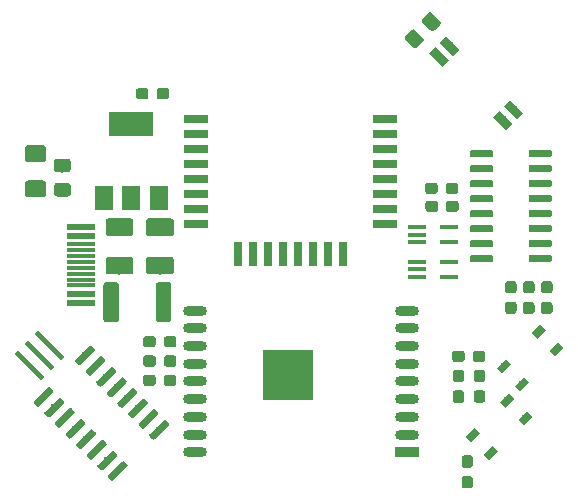
<source format=gbr>
G04 #@! TF.GenerationSoftware,KiCad,Pcbnew,(5.1.4-0-10_14)*
G04 #@! TF.CreationDate,2019-10-28T14:00:27+08:00*
G04 #@! TF.ProjectId,z2m_partner,7a326d5f-7061-4727-946e-65722e6b6963,rev?*
G04 #@! TF.SameCoordinates,Original*
G04 #@! TF.FileFunction,Paste,Top*
G04 #@! TF.FilePolarity,Positive*
%FSLAX46Y46*%
G04 Gerber Fmt 4.6, Leading zero omitted, Abs format (unit mm)*
G04 Created by KiCad (PCBNEW (5.1.4-0-10_14)) date 2019-10-28 14:00:27*
%MOMM*%
%LPD*%
G04 APERTURE LIST*
%ADD10O,2.000000X0.900000*%
%ADD11R,2.000000X0.900000*%
%ADD12R,4.299999X4.299999*%
%ADD13C,0.100000*%
%ADD14C,0.950000*%
%ADD15C,1.500000*%
%ADD16C,1.425000*%
%ADD17C,1.300000*%
%ADD18C,1.150000*%
%ADD19C,0.760000*%
%ADD20C,0.650000*%
%ADD21C,0.600000*%
%ADD22R,2.000000X0.700000*%
%ADD23R,0.700000X2.000000*%
%ADD24R,1.500000X0.400000*%
%ADD25R,3.800000X2.000000*%
%ADD26R,1.500000X2.000000*%
%ADD27R,2.450000X0.300000*%
%ADD28R,2.450000X0.600000*%
%ADD29C,0.400000*%
G04 APERTURE END LIST*
D10*
X176564000Y-106745000D03*
X194564000Y-106745000D03*
D11*
X194564000Y-118745000D03*
D10*
X194564000Y-117245000D03*
X194564000Y-115745000D03*
X194564000Y-114245000D03*
X194564000Y-112745000D03*
X194564000Y-111245000D03*
X194564000Y-109745000D03*
X194564000Y-108245000D03*
X176564000Y-108245000D03*
X176564000Y-109745000D03*
X176564000Y-111245000D03*
X176564000Y-112745000D03*
X176564000Y-114245000D03*
X176564000Y-115745000D03*
X176564000Y-117245000D03*
X176564000Y-118745000D03*
D12*
X184444000Y-112165000D03*
D13*
G36*
X173030779Y-112175144D02*
G01*
X173053834Y-112178563D01*
X173076443Y-112184227D01*
X173098387Y-112192079D01*
X173119457Y-112202044D01*
X173139448Y-112214026D01*
X173158168Y-112227910D01*
X173175438Y-112243562D01*
X173191090Y-112260832D01*
X173204974Y-112279552D01*
X173216956Y-112299543D01*
X173226921Y-112320613D01*
X173234773Y-112342557D01*
X173240437Y-112365166D01*
X173243856Y-112388221D01*
X173245000Y-112411500D01*
X173245000Y-112886500D01*
X173243856Y-112909779D01*
X173240437Y-112932834D01*
X173234773Y-112955443D01*
X173226921Y-112977387D01*
X173216956Y-112998457D01*
X173204974Y-113018448D01*
X173191090Y-113037168D01*
X173175438Y-113054438D01*
X173158168Y-113070090D01*
X173139448Y-113083974D01*
X173119457Y-113095956D01*
X173098387Y-113105921D01*
X173076443Y-113113773D01*
X173053834Y-113119437D01*
X173030779Y-113122856D01*
X173007500Y-113124000D01*
X172432500Y-113124000D01*
X172409221Y-113122856D01*
X172386166Y-113119437D01*
X172363557Y-113113773D01*
X172341613Y-113105921D01*
X172320543Y-113095956D01*
X172300552Y-113083974D01*
X172281832Y-113070090D01*
X172264562Y-113054438D01*
X172248910Y-113037168D01*
X172235026Y-113018448D01*
X172223044Y-112998457D01*
X172213079Y-112977387D01*
X172205227Y-112955443D01*
X172199563Y-112932834D01*
X172196144Y-112909779D01*
X172195000Y-112886500D01*
X172195000Y-112411500D01*
X172196144Y-112388221D01*
X172199563Y-112365166D01*
X172205227Y-112342557D01*
X172213079Y-112320613D01*
X172223044Y-112299543D01*
X172235026Y-112279552D01*
X172248910Y-112260832D01*
X172264562Y-112243562D01*
X172281832Y-112227910D01*
X172300552Y-112214026D01*
X172320543Y-112202044D01*
X172341613Y-112192079D01*
X172363557Y-112184227D01*
X172386166Y-112178563D01*
X172409221Y-112175144D01*
X172432500Y-112174000D01*
X173007500Y-112174000D01*
X173030779Y-112175144D01*
X173030779Y-112175144D01*
G37*
D14*
X172720000Y-112649000D03*
D13*
G36*
X174780779Y-112175144D02*
G01*
X174803834Y-112178563D01*
X174826443Y-112184227D01*
X174848387Y-112192079D01*
X174869457Y-112202044D01*
X174889448Y-112214026D01*
X174908168Y-112227910D01*
X174925438Y-112243562D01*
X174941090Y-112260832D01*
X174954974Y-112279552D01*
X174966956Y-112299543D01*
X174976921Y-112320613D01*
X174984773Y-112342557D01*
X174990437Y-112365166D01*
X174993856Y-112388221D01*
X174995000Y-112411500D01*
X174995000Y-112886500D01*
X174993856Y-112909779D01*
X174990437Y-112932834D01*
X174984773Y-112955443D01*
X174976921Y-112977387D01*
X174966956Y-112998457D01*
X174954974Y-113018448D01*
X174941090Y-113037168D01*
X174925438Y-113054438D01*
X174908168Y-113070090D01*
X174889448Y-113083974D01*
X174869457Y-113095956D01*
X174848387Y-113105921D01*
X174826443Y-113113773D01*
X174803834Y-113119437D01*
X174780779Y-113122856D01*
X174757500Y-113124000D01*
X174182500Y-113124000D01*
X174159221Y-113122856D01*
X174136166Y-113119437D01*
X174113557Y-113113773D01*
X174091613Y-113105921D01*
X174070543Y-113095956D01*
X174050552Y-113083974D01*
X174031832Y-113070090D01*
X174014562Y-113054438D01*
X173998910Y-113037168D01*
X173985026Y-113018448D01*
X173973044Y-112998457D01*
X173963079Y-112977387D01*
X173955227Y-112955443D01*
X173949563Y-112932834D01*
X173946144Y-112909779D01*
X173945000Y-112886500D01*
X173945000Y-112411500D01*
X173946144Y-112388221D01*
X173949563Y-112365166D01*
X173955227Y-112342557D01*
X173963079Y-112320613D01*
X173973044Y-112299543D01*
X173985026Y-112279552D01*
X173998910Y-112260832D01*
X174014562Y-112243562D01*
X174031832Y-112227910D01*
X174050552Y-112214026D01*
X174070543Y-112202044D01*
X174091613Y-112192079D01*
X174113557Y-112184227D01*
X174136166Y-112178563D01*
X174159221Y-112175144D01*
X174182500Y-112174000D01*
X174757500Y-112174000D01*
X174780779Y-112175144D01*
X174780779Y-112175144D01*
G37*
D14*
X174470000Y-112649000D03*
D13*
G36*
X200920779Y-111744144D02*
G01*
X200943834Y-111747563D01*
X200966443Y-111753227D01*
X200988387Y-111761079D01*
X201009457Y-111771044D01*
X201029448Y-111783026D01*
X201048168Y-111796910D01*
X201065438Y-111812562D01*
X201081090Y-111829832D01*
X201094974Y-111848552D01*
X201106956Y-111868543D01*
X201116921Y-111889613D01*
X201124773Y-111911557D01*
X201130437Y-111934166D01*
X201133856Y-111957221D01*
X201135000Y-111980500D01*
X201135000Y-112555500D01*
X201133856Y-112578779D01*
X201130437Y-112601834D01*
X201124773Y-112624443D01*
X201116921Y-112646387D01*
X201106956Y-112667457D01*
X201094974Y-112687448D01*
X201081090Y-112706168D01*
X201065438Y-112723438D01*
X201048168Y-112739090D01*
X201029448Y-112752974D01*
X201009457Y-112764956D01*
X200988387Y-112774921D01*
X200966443Y-112782773D01*
X200943834Y-112788437D01*
X200920779Y-112791856D01*
X200897500Y-112793000D01*
X200422500Y-112793000D01*
X200399221Y-112791856D01*
X200376166Y-112788437D01*
X200353557Y-112782773D01*
X200331613Y-112774921D01*
X200310543Y-112764956D01*
X200290552Y-112752974D01*
X200271832Y-112739090D01*
X200254562Y-112723438D01*
X200238910Y-112706168D01*
X200225026Y-112687448D01*
X200213044Y-112667457D01*
X200203079Y-112646387D01*
X200195227Y-112624443D01*
X200189563Y-112601834D01*
X200186144Y-112578779D01*
X200185000Y-112555500D01*
X200185000Y-111980500D01*
X200186144Y-111957221D01*
X200189563Y-111934166D01*
X200195227Y-111911557D01*
X200203079Y-111889613D01*
X200213044Y-111868543D01*
X200225026Y-111848552D01*
X200238910Y-111829832D01*
X200254562Y-111812562D01*
X200271832Y-111796910D01*
X200290552Y-111783026D01*
X200310543Y-111771044D01*
X200331613Y-111761079D01*
X200353557Y-111753227D01*
X200376166Y-111747563D01*
X200399221Y-111744144D01*
X200422500Y-111743000D01*
X200897500Y-111743000D01*
X200920779Y-111744144D01*
X200920779Y-111744144D01*
G37*
D14*
X200660000Y-112268000D03*
D13*
G36*
X200920779Y-113494144D02*
G01*
X200943834Y-113497563D01*
X200966443Y-113503227D01*
X200988387Y-113511079D01*
X201009457Y-113521044D01*
X201029448Y-113533026D01*
X201048168Y-113546910D01*
X201065438Y-113562562D01*
X201081090Y-113579832D01*
X201094974Y-113598552D01*
X201106956Y-113618543D01*
X201116921Y-113639613D01*
X201124773Y-113661557D01*
X201130437Y-113684166D01*
X201133856Y-113707221D01*
X201135000Y-113730500D01*
X201135000Y-114305500D01*
X201133856Y-114328779D01*
X201130437Y-114351834D01*
X201124773Y-114374443D01*
X201116921Y-114396387D01*
X201106956Y-114417457D01*
X201094974Y-114437448D01*
X201081090Y-114456168D01*
X201065438Y-114473438D01*
X201048168Y-114489090D01*
X201029448Y-114502974D01*
X201009457Y-114514956D01*
X200988387Y-114524921D01*
X200966443Y-114532773D01*
X200943834Y-114538437D01*
X200920779Y-114541856D01*
X200897500Y-114543000D01*
X200422500Y-114543000D01*
X200399221Y-114541856D01*
X200376166Y-114538437D01*
X200353557Y-114532773D01*
X200331613Y-114524921D01*
X200310543Y-114514956D01*
X200290552Y-114502974D01*
X200271832Y-114489090D01*
X200254562Y-114473438D01*
X200238910Y-114456168D01*
X200225026Y-114437448D01*
X200213044Y-114417457D01*
X200203079Y-114396387D01*
X200195227Y-114374443D01*
X200189563Y-114351834D01*
X200186144Y-114328779D01*
X200185000Y-114305500D01*
X200185000Y-113730500D01*
X200186144Y-113707221D01*
X200189563Y-113684166D01*
X200195227Y-113661557D01*
X200203079Y-113639613D01*
X200213044Y-113618543D01*
X200225026Y-113598552D01*
X200238910Y-113579832D01*
X200254562Y-113562562D01*
X200271832Y-113546910D01*
X200290552Y-113533026D01*
X200310543Y-113521044D01*
X200331613Y-113511079D01*
X200353557Y-113503227D01*
X200376166Y-113497563D01*
X200399221Y-113494144D01*
X200422500Y-113493000D01*
X200897500Y-113493000D01*
X200920779Y-113494144D01*
X200920779Y-113494144D01*
G37*
D14*
X200660000Y-114018000D03*
D13*
G36*
X174558504Y-102196204D02*
G01*
X174582773Y-102199804D01*
X174606571Y-102205765D01*
X174629671Y-102214030D01*
X174651849Y-102224520D01*
X174672893Y-102237133D01*
X174692598Y-102251747D01*
X174710777Y-102268223D01*
X174727253Y-102286402D01*
X174741867Y-102306107D01*
X174754480Y-102327151D01*
X174764970Y-102349329D01*
X174773235Y-102372429D01*
X174779196Y-102396227D01*
X174782796Y-102420496D01*
X174784000Y-102445000D01*
X174784000Y-103445000D01*
X174782796Y-103469504D01*
X174779196Y-103493773D01*
X174773235Y-103517571D01*
X174764970Y-103540671D01*
X174754480Y-103562849D01*
X174741867Y-103583893D01*
X174727253Y-103603598D01*
X174710777Y-103621777D01*
X174692598Y-103638253D01*
X174672893Y-103652867D01*
X174651849Y-103665480D01*
X174629671Y-103675970D01*
X174606571Y-103684235D01*
X174582773Y-103690196D01*
X174558504Y-103693796D01*
X174534000Y-103695000D01*
X172684000Y-103695000D01*
X172659496Y-103693796D01*
X172635227Y-103690196D01*
X172611429Y-103684235D01*
X172588329Y-103675970D01*
X172566151Y-103665480D01*
X172545107Y-103652867D01*
X172525402Y-103638253D01*
X172507223Y-103621777D01*
X172490747Y-103603598D01*
X172476133Y-103583893D01*
X172463520Y-103562849D01*
X172453030Y-103540671D01*
X172444765Y-103517571D01*
X172438804Y-103493773D01*
X172435204Y-103469504D01*
X172434000Y-103445000D01*
X172434000Y-102445000D01*
X172435204Y-102420496D01*
X172438804Y-102396227D01*
X172444765Y-102372429D01*
X172453030Y-102349329D01*
X172463520Y-102327151D01*
X172476133Y-102306107D01*
X172490747Y-102286402D01*
X172507223Y-102268223D01*
X172525402Y-102251747D01*
X172545107Y-102237133D01*
X172566151Y-102224520D01*
X172588329Y-102214030D01*
X172611429Y-102205765D01*
X172635227Y-102199804D01*
X172659496Y-102196204D01*
X172684000Y-102195000D01*
X174534000Y-102195000D01*
X174558504Y-102196204D01*
X174558504Y-102196204D01*
G37*
D15*
X173609000Y-102945000D03*
D13*
G36*
X174558504Y-98946204D02*
G01*
X174582773Y-98949804D01*
X174606571Y-98955765D01*
X174629671Y-98964030D01*
X174651849Y-98974520D01*
X174672893Y-98987133D01*
X174692598Y-99001747D01*
X174710777Y-99018223D01*
X174727253Y-99036402D01*
X174741867Y-99056107D01*
X174754480Y-99077151D01*
X174764970Y-99099329D01*
X174773235Y-99122429D01*
X174779196Y-99146227D01*
X174782796Y-99170496D01*
X174784000Y-99195000D01*
X174784000Y-100195000D01*
X174782796Y-100219504D01*
X174779196Y-100243773D01*
X174773235Y-100267571D01*
X174764970Y-100290671D01*
X174754480Y-100312849D01*
X174741867Y-100333893D01*
X174727253Y-100353598D01*
X174710777Y-100371777D01*
X174692598Y-100388253D01*
X174672893Y-100402867D01*
X174651849Y-100415480D01*
X174629671Y-100425970D01*
X174606571Y-100434235D01*
X174582773Y-100440196D01*
X174558504Y-100443796D01*
X174534000Y-100445000D01*
X172684000Y-100445000D01*
X172659496Y-100443796D01*
X172635227Y-100440196D01*
X172611429Y-100434235D01*
X172588329Y-100425970D01*
X172566151Y-100415480D01*
X172545107Y-100402867D01*
X172525402Y-100388253D01*
X172507223Y-100371777D01*
X172490747Y-100353598D01*
X172476133Y-100333893D01*
X172463520Y-100312849D01*
X172453030Y-100290671D01*
X172444765Y-100267571D01*
X172438804Y-100243773D01*
X172435204Y-100219504D01*
X172434000Y-100195000D01*
X172434000Y-99195000D01*
X172435204Y-99170496D01*
X172438804Y-99146227D01*
X172444765Y-99122429D01*
X172453030Y-99099329D01*
X172463520Y-99077151D01*
X172476133Y-99056107D01*
X172490747Y-99036402D01*
X172507223Y-99018223D01*
X172525402Y-99001747D01*
X172545107Y-98987133D01*
X172566151Y-98974520D01*
X172588329Y-98964030D01*
X172611429Y-98955765D01*
X172635227Y-98949804D01*
X172659496Y-98946204D01*
X172684000Y-98945000D01*
X174534000Y-98945000D01*
X174558504Y-98946204D01*
X174558504Y-98946204D01*
G37*
D15*
X173609000Y-99695000D03*
D13*
G36*
X171129504Y-98946204D02*
G01*
X171153773Y-98949804D01*
X171177571Y-98955765D01*
X171200671Y-98964030D01*
X171222849Y-98974520D01*
X171243893Y-98987133D01*
X171263598Y-99001747D01*
X171281777Y-99018223D01*
X171298253Y-99036402D01*
X171312867Y-99056107D01*
X171325480Y-99077151D01*
X171335970Y-99099329D01*
X171344235Y-99122429D01*
X171350196Y-99146227D01*
X171353796Y-99170496D01*
X171355000Y-99195000D01*
X171355000Y-100195000D01*
X171353796Y-100219504D01*
X171350196Y-100243773D01*
X171344235Y-100267571D01*
X171335970Y-100290671D01*
X171325480Y-100312849D01*
X171312867Y-100333893D01*
X171298253Y-100353598D01*
X171281777Y-100371777D01*
X171263598Y-100388253D01*
X171243893Y-100402867D01*
X171222849Y-100415480D01*
X171200671Y-100425970D01*
X171177571Y-100434235D01*
X171153773Y-100440196D01*
X171129504Y-100443796D01*
X171105000Y-100445000D01*
X169255000Y-100445000D01*
X169230496Y-100443796D01*
X169206227Y-100440196D01*
X169182429Y-100434235D01*
X169159329Y-100425970D01*
X169137151Y-100415480D01*
X169116107Y-100402867D01*
X169096402Y-100388253D01*
X169078223Y-100371777D01*
X169061747Y-100353598D01*
X169047133Y-100333893D01*
X169034520Y-100312849D01*
X169024030Y-100290671D01*
X169015765Y-100267571D01*
X169009804Y-100243773D01*
X169006204Y-100219504D01*
X169005000Y-100195000D01*
X169005000Y-99195000D01*
X169006204Y-99170496D01*
X169009804Y-99146227D01*
X169015765Y-99122429D01*
X169024030Y-99099329D01*
X169034520Y-99077151D01*
X169047133Y-99056107D01*
X169061747Y-99036402D01*
X169078223Y-99018223D01*
X169096402Y-99001747D01*
X169116107Y-98987133D01*
X169137151Y-98974520D01*
X169159329Y-98964030D01*
X169182429Y-98955765D01*
X169206227Y-98949804D01*
X169230496Y-98946204D01*
X169255000Y-98945000D01*
X171105000Y-98945000D01*
X171129504Y-98946204D01*
X171129504Y-98946204D01*
G37*
D15*
X170180000Y-99695000D03*
D13*
G36*
X171129504Y-102196204D02*
G01*
X171153773Y-102199804D01*
X171177571Y-102205765D01*
X171200671Y-102214030D01*
X171222849Y-102224520D01*
X171243893Y-102237133D01*
X171263598Y-102251747D01*
X171281777Y-102268223D01*
X171298253Y-102286402D01*
X171312867Y-102306107D01*
X171325480Y-102327151D01*
X171335970Y-102349329D01*
X171344235Y-102372429D01*
X171350196Y-102396227D01*
X171353796Y-102420496D01*
X171355000Y-102445000D01*
X171355000Y-103445000D01*
X171353796Y-103469504D01*
X171350196Y-103493773D01*
X171344235Y-103517571D01*
X171335970Y-103540671D01*
X171325480Y-103562849D01*
X171312867Y-103583893D01*
X171298253Y-103603598D01*
X171281777Y-103621777D01*
X171263598Y-103638253D01*
X171243893Y-103652867D01*
X171222849Y-103665480D01*
X171200671Y-103675970D01*
X171177571Y-103684235D01*
X171153773Y-103690196D01*
X171129504Y-103693796D01*
X171105000Y-103695000D01*
X169255000Y-103695000D01*
X169230496Y-103693796D01*
X169206227Y-103690196D01*
X169182429Y-103684235D01*
X169159329Y-103675970D01*
X169137151Y-103665480D01*
X169116107Y-103652867D01*
X169096402Y-103638253D01*
X169078223Y-103621777D01*
X169061747Y-103603598D01*
X169047133Y-103583893D01*
X169034520Y-103562849D01*
X169024030Y-103540671D01*
X169015765Y-103517571D01*
X169009804Y-103493773D01*
X169006204Y-103469504D01*
X169005000Y-103445000D01*
X169005000Y-102445000D01*
X169006204Y-102420496D01*
X169009804Y-102396227D01*
X169015765Y-102372429D01*
X169024030Y-102349329D01*
X169034520Y-102327151D01*
X169047133Y-102306107D01*
X169061747Y-102286402D01*
X169078223Y-102268223D01*
X169096402Y-102251747D01*
X169116107Y-102237133D01*
X169137151Y-102224520D01*
X169159329Y-102214030D01*
X169182429Y-102205765D01*
X169206227Y-102199804D01*
X169230496Y-102196204D01*
X169255000Y-102195000D01*
X171105000Y-102195000D01*
X171129504Y-102196204D01*
X171129504Y-102196204D01*
G37*
D15*
X170180000Y-102945000D03*
D13*
G36*
X174173779Y-87918144D02*
G01*
X174196834Y-87921563D01*
X174219443Y-87927227D01*
X174241387Y-87935079D01*
X174262457Y-87945044D01*
X174282448Y-87957026D01*
X174301168Y-87970910D01*
X174318438Y-87986562D01*
X174334090Y-88003832D01*
X174347974Y-88022552D01*
X174359956Y-88042543D01*
X174369921Y-88063613D01*
X174377773Y-88085557D01*
X174383437Y-88108166D01*
X174386856Y-88131221D01*
X174388000Y-88154500D01*
X174388000Y-88629500D01*
X174386856Y-88652779D01*
X174383437Y-88675834D01*
X174377773Y-88698443D01*
X174369921Y-88720387D01*
X174359956Y-88741457D01*
X174347974Y-88761448D01*
X174334090Y-88780168D01*
X174318438Y-88797438D01*
X174301168Y-88813090D01*
X174282448Y-88826974D01*
X174262457Y-88838956D01*
X174241387Y-88848921D01*
X174219443Y-88856773D01*
X174196834Y-88862437D01*
X174173779Y-88865856D01*
X174150500Y-88867000D01*
X173575500Y-88867000D01*
X173552221Y-88865856D01*
X173529166Y-88862437D01*
X173506557Y-88856773D01*
X173484613Y-88848921D01*
X173463543Y-88838956D01*
X173443552Y-88826974D01*
X173424832Y-88813090D01*
X173407562Y-88797438D01*
X173391910Y-88780168D01*
X173378026Y-88761448D01*
X173366044Y-88741457D01*
X173356079Y-88720387D01*
X173348227Y-88698443D01*
X173342563Y-88675834D01*
X173339144Y-88652779D01*
X173338000Y-88629500D01*
X173338000Y-88154500D01*
X173339144Y-88131221D01*
X173342563Y-88108166D01*
X173348227Y-88085557D01*
X173356079Y-88063613D01*
X173366044Y-88042543D01*
X173378026Y-88022552D01*
X173391910Y-88003832D01*
X173407562Y-87986562D01*
X173424832Y-87970910D01*
X173443552Y-87957026D01*
X173463543Y-87945044D01*
X173484613Y-87935079D01*
X173506557Y-87927227D01*
X173529166Y-87921563D01*
X173552221Y-87918144D01*
X173575500Y-87917000D01*
X174150500Y-87917000D01*
X174173779Y-87918144D01*
X174173779Y-87918144D01*
G37*
D14*
X173863000Y-88392000D03*
D13*
G36*
X172423779Y-87918144D02*
G01*
X172446834Y-87921563D01*
X172469443Y-87927227D01*
X172491387Y-87935079D01*
X172512457Y-87945044D01*
X172532448Y-87957026D01*
X172551168Y-87970910D01*
X172568438Y-87986562D01*
X172584090Y-88003832D01*
X172597974Y-88022552D01*
X172609956Y-88042543D01*
X172619921Y-88063613D01*
X172627773Y-88085557D01*
X172633437Y-88108166D01*
X172636856Y-88131221D01*
X172638000Y-88154500D01*
X172638000Y-88629500D01*
X172636856Y-88652779D01*
X172633437Y-88675834D01*
X172627773Y-88698443D01*
X172619921Y-88720387D01*
X172609956Y-88741457D01*
X172597974Y-88761448D01*
X172584090Y-88780168D01*
X172568438Y-88797438D01*
X172551168Y-88813090D01*
X172532448Y-88826974D01*
X172512457Y-88838956D01*
X172491387Y-88848921D01*
X172469443Y-88856773D01*
X172446834Y-88862437D01*
X172423779Y-88865856D01*
X172400500Y-88867000D01*
X171825500Y-88867000D01*
X171802221Y-88865856D01*
X171779166Y-88862437D01*
X171756557Y-88856773D01*
X171734613Y-88848921D01*
X171713543Y-88838956D01*
X171693552Y-88826974D01*
X171674832Y-88813090D01*
X171657562Y-88797438D01*
X171641910Y-88780168D01*
X171628026Y-88761448D01*
X171616044Y-88741457D01*
X171606079Y-88720387D01*
X171598227Y-88698443D01*
X171592563Y-88675834D01*
X171589144Y-88652779D01*
X171588000Y-88629500D01*
X171588000Y-88154500D01*
X171589144Y-88131221D01*
X171592563Y-88108166D01*
X171598227Y-88085557D01*
X171606079Y-88063613D01*
X171616044Y-88042543D01*
X171628026Y-88022552D01*
X171641910Y-88003832D01*
X171657562Y-87986562D01*
X171674832Y-87970910D01*
X171693552Y-87957026D01*
X171713543Y-87945044D01*
X171734613Y-87935079D01*
X171756557Y-87927227D01*
X171779166Y-87921563D01*
X171802221Y-87918144D01*
X171825500Y-87917000D01*
X172400500Y-87917000D01*
X172423779Y-87918144D01*
X172423779Y-87918144D01*
G37*
D14*
X172113000Y-88392000D03*
D13*
G36*
X163717504Y-92760704D02*
G01*
X163741773Y-92764304D01*
X163765571Y-92770265D01*
X163788671Y-92778530D01*
X163810849Y-92789020D01*
X163831893Y-92801633D01*
X163851598Y-92816247D01*
X163869777Y-92832723D01*
X163886253Y-92850902D01*
X163900867Y-92870607D01*
X163913480Y-92891651D01*
X163923970Y-92913829D01*
X163932235Y-92936929D01*
X163938196Y-92960727D01*
X163941796Y-92984996D01*
X163943000Y-93009500D01*
X163943000Y-93934500D01*
X163941796Y-93959004D01*
X163938196Y-93983273D01*
X163932235Y-94007071D01*
X163923970Y-94030171D01*
X163913480Y-94052349D01*
X163900867Y-94073393D01*
X163886253Y-94093098D01*
X163869777Y-94111277D01*
X163851598Y-94127753D01*
X163831893Y-94142367D01*
X163810849Y-94154980D01*
X163788671Y-94165470D01*
X163765571Y-94173735D01*
X163741773Y-94179696D01*
X163717504Y-94183296D01*
X163693000Y-94184500D01*
X162443000Y-94184500D01*
X162418496Y-94183296D01*
X162394227Y-94179696D01*
X162370429Y-94173735D01*
X162347329Y-94165470D01*
X162325151Y-94154980D01*
X162304107Y-94142367D01*
X162284402Y-94127753D01*
X162266223Y-94111277D01*
X162249747Y-94093098D01*
X162235133Y-94073393D01*
X162222520Y-94052349D01*
X162212030Y-94030171D01*
X162203765Y-94007071D01*
X162197804Y-93983273D01*
X162194204Y-93959004D01*
X162193000Y-93934500D01*
X162193000Y-93009500D01*
X162194204Y-92984996D01*
X162197804Y-92960727D01*
X162203765Y-92936929D01*
X162212030Y-92913829D01*
X162222520Y-92891651D01*
X162235133Y-92870607D01*
X162249747Y-92850902D01*
X162266223Y-92832723D01*
X162284402Y-92816247D01*
X162304107Y-92801633D01*
X162325151Y-92789020D01*
X162347329Y-92778530D01*
X162370429Y-92770265D01*
X162394227Y-92764304D01*
X162418496Y-92760704D01*
X162443000Y-92759500D01*
X163693000Y-92759500D01*
X163717504Y-92760704D01*
X163717504Y-92760704D01*
G37*
D16*
X163068000Y-93472000D03*
D13*
G36*
X163717504Y-95735704D02*
G01*
X163741773Y-95739304D01*
X163765571Y-95745265D01*
X163788671Y-95753530D01*
X163810849Y-95764020D01*
X163831893Y-95776633D01*
X163851598Y-95791247D01*
X163869777Y-95807723D01*
X163886253Y-95825902D01*
X163900867Y-95845607D01*
X163913480Y-95866651D01*
X163923970Y-95888829D01*
X163932235Y-95911929D01*
X163938196Y-95935727D01*
X163941796Y-95959996D01*
X163943000Y-95984500D01*
X163943000Y-96909500D01*
X163941796Y-96934004D01*
X163938196Y-96958273D01*
X163932235Y-96982071D01*
X163923970Y-97005171D01*
X163913480Y-97027349D01*
X163900867Y-97048393D01*
X163886253Y-97068098D01*
X163869777Y-97086277D01*
X163851598Y-97102753D01*
X163831893Y-97117367D01*
X163810849Y-97129980D01*
X163788671Y-97140470D01*
X163765571Y-97148735D01*
X163741773Y-97154696D01*
X163717504Y-97158296D01*
X163693000Y-97159500D01*
X162443000Y-97159500D01*
X162418496Y-97158296D01*
X162394227Y-97154696D01*
X162370429Y-97148735D01*
X162347329Y-97140470D01*
X162325151Y-97129980D01*
X162304107Y-97117367D01*
X162284402Y-97102753D01*
X162266223Y-97086277D01*
X162249747Y-97068098D01*
X162235133Y-97048393D01*
X162222520Y-97027349D01*
X162212030Y-97005171D01*
X162203765Y-96982071D01*
X162197804Y-96958273D01*
X162194204Y-96934004D01*
X162193000Y-96909500D01*
X162193000Y-95984500D01*
X162194204Y-95959996D01*
X162197804Y-95935727D01*
X162203765Y-95911929D01*
X162212030Y-95888829D01*
X162222520Y-95866651D01*
X162235133Y-95845607D01*
X162249747Y-95825902D01*
X162266223Y-95807723D01*
X162284402Y-95791247D01*
X162304107Y-95776633D01*
X162325151Y-95764020D01*
X162347329Y-95753530D01*
X162370429Y-95745265D01*
X162394227Y-95739304D01*
X162418496Y-95735704D01*
X162443000Y-95734500D01*
X163693000Y-95734500D01*
X163717504Y-95735704D01*
X163717504Y-95735704D01*
G37*
D16*
X163068000Y-96447000D03*
D13*
G36*
X174353504Y-104346204D02*
G01*
X174377773Y-104349804D01*
X174401571Y-104355765D01*
X174424671Y-104364030D01*
X174446849Y-104374520D01*
X174467893Y-104387133D01*
X174487598Y-104401747D01*
X174505777Y-104418223D01*
X174522253Y-104436402D01*
X174536867Y-104456107D01*
X174549480Y-104477151D01*
X174559970Y-104499329D01*
X174568235Y-104522429D01*
X174574196Y-104546227D01*
X174577796Y-104570496D01*
X174579000Y-104595000D01*
X174579000Y-107495000D01*
X174577796Y-107519504D01*
X174574196Y-107543773D01*
X174568235Y-107567571D01*
X174559970Y-107590671D01*
X174549480Y-107612849D01*
X174536867Y-107633893D01*
X174522253Y-107653598D01*
X174505777Y-107671777D01*
X174487598Y-107688253D01*
X174467893Y-107702867D01*
X174446849Y-107715480D01*
X174424671Y-107725970D01*
X174401571Y-107734235D01*
X174377773Y-107740196D01*
X174353504Y-107743796D01*
X174329000Y-107745000D01*
X173529000Y-107745000D01*
X173504496Y-107743796D01*
X173480227Y-107740196D01*
X173456429Y-107734235D01*
X173433329Y-107725970D01*
X173411151Y-107715480D01*
X173390107Y-107702867D01*
X173370402Y-107688253D01*
X173352223Y-107671777D01*
X173335747Y-107653598D01*
X173321133Y-107633893D01*
X173308520Y-107612849D01*
X173298030Y-107590671D01*
X173289765Y-107567571D01*
X173283804Y-107543773D01*
X173280204Y-107519504D01*
X173279000Y-107495000D01*
X173279000Y-104595000D01*
X173280204Y-104570496D01*
X173283804Y-104546227D01*
X173289765Y-104522429D01*
X173298030Y-104499329D01*
X173308520Y-104477151D01*
X173321133Y-104456107D01*
X173335747Y-104436402D01*
X173352223Y-104418223D01*
X173370402Y-104401747D01*
X173390107Y-104387133D01*
X173411151Y-104374520D01*
X173433329Y-104364030D01*
X173456429Y-104355765D01*
X173480227Y-104349804D01*
X173504496Y-104346204D01*
X173529000Y-104345000D01*
X174329000Y-104345000D01*
X174353504Y-104346204D01*
X174353504Y-104346204D01*
G37*
D17*
X173929000Y-106045000D03*
D13*
G36*
X169903504Y-104346204D02*
G01*
X169927773Y-104349804D01*
X169951571Y-104355765D01*
X169974671Y-104364030D01*
X169996849Y-104374520D01*
X170017893Y-104387133D01*
X170037598Y-104401747D01*
X170055777Y-104418223D01*
X170072253Y-104436402D01*
X170086867Y-104456107D01*
X170099480Y-104477151D01*
X170109970Y-104499329D01*
X170118235Y-104522429D01*
X170124196Y-104546227D01*
X170127796Y-104570496D01*
X170129000Y-104595000D01*
X170129000Y-107495000D01*
X170127796Y-107519504D01*
X170124196Y-107543773D01*
X170118235Y-107567571D01*
X170109970Y-107590671D01*
X170099480Y-107612849D01*
X170086867Y-107633893D01*
X170072253Y-107653598D01*
X170055777Y-107671777D01*
X170037598Y-107688253D01*
X170017893Y-107702867D01*
X169996849Y-107715480D01*
X169974671Y-107725970D01*
X169951571Y-107734235D01*
X169927773Y-107740196D01*
X169903504Y-107743796D01*
X169879000Y-107745000D01*
X169079000Y-107745000D01*
X169054496Y-107743796D01*
X169030227Y-107740196D01*
X169006429Y-107734235D01*
X168983329Y-107725970D01*
X168961151Y-107715480D01*
X168940107Y-107702867D01*
X168920402Y-107688253D01*
X168902223Y-107671777D01*
X168885747Y-107653598D01*
X168871133Y-107633893D01*
X168858520Y-107612849D01*
X168848030Y-107590671D01*
X168839765Y-107567571D01*
X168833804Y-107543773D01*
X168830204Y-107519504D01*
X168829000Y-107495000D01*
X168829000Y-104595000D01*
X168830204Y-104570496D01*
X168833804Y-104546227D01*
X168839765Y-104522429D01*
X168848030Y-104499329D01*
X168858520Y-104477151D01*
X168871133Y-104456107D01*
X168885747Y-104436402D01*
X168902223Y-104418223D01*
X168920402Y-104401747D01*
X168940107Y-104387133D01*
X168961151Y-104374520D01*
X168983329Y-104364030D01*
X169006429Y-104355765D01*
X169030227Y-104349804D01*
X169054496Y-104346204D01*
X169079000Y-104345000D01*
X169879000Y-104345000D01*
X169903504Y-104346204D01*
X169903504Y-104346204D01*
G37*
D17*
X169479000Y-106045000D03*
D13*
G36*
X196906779Y-95919144D02*
G01*
X196929834Y-95922563D01*
X196952443Y-95928227D01*
X196974387Y-95936079D01*
X196995457Y-95946044D01*
X197015448Y-95958026D01*
X197034168Y-95971910D01*
X197051438Y-95987562D01*
X197067090Y-96004832D01*
X197080974Y-96023552D01*
X197092956Y-96043543D01*
X197102921Y-96064613D01*
X197110773Y-96086557D01*
X197116437Y-96109166D01*
X197119856Y-96132221D01*
X197121000Y-96155500D01*
X197121000Y-96630500D01*
X197119856Y-96653779D01*
X197116437Y-96676834D01*
X197110773Y-96699443D01*
X197102921Y-96721387D01*
X197092956Y-96742457D01*
X197080974Y-96762448D01*
X197067090Y-96781168D01*
X197051438Y-96798438D01*
X197034168Y-96814090D01*
X197015448Y-96827974D01*
X196995457Y-96839956D01*
X196974387Y-96849921D01*
X196952443Y-96857773D01*
X196929834Y-96863437D01*
X196906779Y-96866856D01*
X196883500Y-96868000D01*
X196308500Y-96868000D01*
X196285221Y-96866856D01*
X196262166Y-96863437D01*
X196239557Y-96857773D01*
X196217613Y-96849921D01*
X196196543Y-96839956D01*
X196176552Y-96827974D01*
X196157832Y-96814090D01*
X196140562Y-96798438D01*
X196124910Y-96781168D01*
X196111026Y-96762448D01*
X196099044Y-96742457D01*
X196089079Y-96721387D01*
X196081227Y-96699443D01*
X196075563Y-96676834D01*
X196072144Y-96653779D01*
X196071000Y-96630500D01*
X196071000Y-96155500D01*
X196072144Y-96132221D01*
X196075563Y-96109166D01*
X196081227Y-96086557D01*
X196089079Y-96064613D01*
X196099044Y-96043543D01*
X196111026Y-96023552D01*
X196124910Y-96004832D01*
X196140562Y-95987562D01*
X196157832Y-95971910D01*
X196176552Y-95958026D01*
X196196543Y-95946044D01*
X196217613Y-95936079D01*
X196239557Y-95928227D01*
X196262166Y-95922563D01*
X196285221Y-95919144D01*
X196308500Y-95918000D01*
X196883500Y-95918000D01*
X196906779Y-95919144D01*
X196906779Y-95919144D01*
G37*
D14*
X196596000Y-96393000D03*
D13*
G36*
X198656779Y-95919144D02*
G01*
X198679834Y-95922563D01*
X198702443Y-95928227D01*
X198724387Y-95936079D01*
X198745457Y-95946044D01*
X198765448Y-95958026D01*
X198784168Y-95971910D01*
X198801438Y-95987562D01*
X198817090Y-96004832D01*
X198830974Y-96023552D01*
X198842956Y-96043543D01*
X198852921Y-96064613D01*
X198860773Y-96086557D01*
X198866437Y-96109166D01*
X198869856Y-96132221D01*
X198871000Y-96155500D01*
X198871000Y-96630500D01*
X198869856Y-96653779D01*
X198866437Y-96676834D01*
X198860773Y-96699443D01*
X198852921Y-96721387D01*
X198842956Y-96742457D01*
X198830974Y-96762448D01*
X198817090Y-96781168D01*
X198801438Y-96798438D01*
X198784168Y-96814090D01*
X198765448Y-96827974D01*
X198745457Y-96839956D01*
X198724387Y-96849921D01*
X198702443Y-96857773D01*
X198679834Y-96863437D01*
X198656779Y-96866856D01*
X198633500Y-96868000D01*
X198058500Y-96868000D01*
X198035221Y-96866856D01*
X198012166Y-96863437D01*
X197989557Y-96857773D01*
X197967613Y-96849921D01*
X197946543Y-96839956D01*
X197926552Y-96827974D01*
X197907832Y-96814090D01*
X197890562Y-96798438D01*
X197874910Y-96781168D01*
X197861026Y-96762448D01*
X197849044Y-96742457D01*
X197839079Y-96721387D01*
X197831227Y-96699443D01*
X197825563Y-96676834D01*
X197822144Y-96653779D01*
X197821000Y-96630500D01*
X197821000Y-96155500D01*
X197822144Y-96132221D01*
X197825563Y-96109166D01*
X197831227Y-96086557D01*
X197839079Y-96064613D01*
X197849044Y-96043543D01*
X197861026Y-96023552D01*
X197874910Y-96004832D01*
X197890562Y-95987562D01*
X197907832Y-95971910D01*
X197926552Y-95958026D01*
X197946543Y-95946044D01*
X197967613Y-95936079D01*
X197989557Y-95928227D01*
X198012166Y-95922563D01*
X198035221Y-95919144D01*
X198058500Y-95918000D01*
X198633500Y-95918000D01*
X198656779Y-95919144D01*
X198656779Y-95919144D01*
G37*
D14*
X198346000Y-96393000D03*
D13*
G36*
X198682179Y-97443144D02*
G01*
X198705234Y-97446563D01*
X198727843Y-97452227D01*
X198749787Y-97460079D01*
X198770857Y-97470044D01*
X198790848Y-97482026D01*
X198809568Y-97495910D01*
X198826838Y-97511562D01*
X198842490Y-97528832D01*
X198856374Y-97547552D01*
X198868356Y-97567543D01*
X198878321Y-97588613D01*
X198886173Y-97610557D01*
X198891837Y-97633166D01*
X198895256Y-97656221D01*
X198896400Y-97679500D01*
X198896400Y-98154500D01*
X198895256Y-98177779D01*
X198891837Y-98200834D01*
X198886173Y-98223443D01*
X198878321Y-98245387D01*
X198868356Y-98266457D01*
X198856374Y-98286448D01*
X198842490Y-98305168D01*
X198826838Y-98322438D01*
X198809568Y-98338090D01*
X198790848Y-98351974D01*
X198770857Y-98363956D01*
X198749787Y-98373921D01*
X198727843Y-98381773D01*
X198705234Y-98387437D01*
X198682179Y-98390856D01*
X198658900Y-98392000D01*
X198083900Y-98392000D01*
X198060621Y-98390856D01*
X198037566Y-98387437D01*
X198014957Y-98381773D01*
X197993013Y-98373921D01*
X197971943Y-98363956D01*
X197951952Y-98351974D01*
X197933232Y-98338090D01*
X197915962Y-98322438D01*
X197900310Y-98305168D01*
X197886426Y-98286448D01*
X197874444Y-98266457D01*
X197864479Y-98245387D01*
X197856627Y-98223443D01*
X197850963Y-98200834D01*
X197847544Y-98177779D01*
X197846400Y-98154500D01*
X197846400Y-97679500D01*
X197847544Y-97656221D01*
X197850963Y-97633166D01*
X197856627Y-97610557D01*
X197864479Y-97588613D01*
X197874444Y-97567543D01*
X197886426Y-97547552D01*
X197900310Y-97528832D01*
X197915962Y-97511562D01*
X197933232Y-97495910D01*
X197951952Y-97482026D01*
X197971943Y-97470044D01*
X197993013Y-97460079D01*
X198014957Y-97452227D01*
X198037566Y-97446563D01*
X198060621Y-97443144D01*
X198083900Y-97442000D01*
X198658900Y-97442000D01*
X198682179Y-97443144D01*
X198682179Y-97443144D01*
G37*
D14*
X198371400Y-97917000D03*
D13*
G36*
X196932179Y-97443144D02*
G01*
X196955234Y-97446563D01*
X196977843Y-97452227D01*
X196999787Y-97460079D01*
X197020857Y-97470044D01*
X197040848Y-97482026D01*
X197059568Y-97495910D01*
X197076838Y-97511562D01*
X197092490Y-97528832D01*
X197106374Y-97547552D01*
X197118356Y-97567543D01*
X197128321Y-97588613D01*
X197136173Y-97610557D01*
X197141837Y-97633166D01*
X197145256Y-97656221D01*
X197146400Y-97679500D01*
X197146400Y-98154500D01*
X197145256Y-98177779D01*
X197141837Y-98200834D01*
X197136173Y-98223443D01*
X197128321Y-98245387D01*
X197118356Y-98266457D01*
X197106374Y-98286448D01*
X197092490Y-98305168D01*
X197076838Y-98322438D01*
X197059568Y-98338090D01*
X197040848Y-98351974D01*
X197020857Y-98363956D01*
X196999787Y-98373921D01*
X196977843Y-98381773D01*
X196955234Y-98387437D01*
X196932179Y-98390856D01*
X196908900Y-98392000D01*
X196333900Y-98392000D01*
X196310621Y-98390856D01*
X196287566Y-98387437D01*
X196264957Y-98381773D01*
X196243013Y-98373921D01*
X196221943Y-98363956D01*
X196201952Y-98351974D01*
X196183232Y-98338090D01*
X196165962Y-98322438D01*
X196150310Y-98305168D01*
X196136426Y-98286448D01*
X196124444Y-98266457D01*
X196114479Y-98245387D01*
X196106627Y-98223443D01*
X196100963Y-98200834D01*
X196097544Y-98177779D01*
X196096400Y-98154500D01*
X196096400Y-97679500D01*
X196097544Y-97656221D01*
X196100963Y-97633166D01*
X196106627Y-97610557D01*
X196114479Y-97588613D01*
X196124444Y-97567543D01*
X196136426Y-97547552D01*
X196150310Y-97528832D01*
X196165962Y-97511562D01*
X196183232Y-97495910D01*
X196201952Y-97482026D01*
X196221943Y-97470044D01*
X196243013Y-97460079D01*
X196264957Y-97452227D01*
X196287566Y-97446563D01*
X196310621Y-97443144D01*
X196333900Y-97442000D01*
X196908900Y-97442000D01*
X196932179Y-97443144D01*
X196932179Y-97443144D01*
G37*
D14*
X196621400Y-97917000D03*
D13*
G36*
X196532116Y-81499196D02*
G01*
X196556384Y-81502796D01*
X196580183Y-81508757D01*
X196603282Y-81517022D01*
X196625461Y-81527512D01*
X196646504Y-81540124D01*
X196666210Y-81554739D01*
X196684388Y-81571215D01*
X197320785Y-82207612D01*
X197337261Y-82225790D01*
X197351876Y-82245496D01*
X197364488Y-82266539D01*
X197374978Y-82288718D01*
X197383243Y-82311817D01*
X197389204Y-82335616D01*
X197392804Y-82359884D01*
X197394008Y-82384388D01*
X197392804Y-82408892D01*
X197389204Y-82433160D01*
X197383243Y-82456959D01*
X197374978Y-82480058D01*
X197364488Y-82502237D01*
X197351876Y-82523280D01*
X197337261Y-82542986D01*
X197320785Y-82561164D01*
X196861164Y-83020785D01*
X196842986Y-83037261D01*
X196823280Y-83051876D01*
X196802237Y-83064488D01*
X196780058Y-83074978D01*
X196756959Y-83083243D01*
X196733160Y-83089204D01*
X196708892Y-83092804D01*
X196684388Y-83094008D01*
X196659884Y-83092804D01*
X196635616Y-83089204D01*
X196611817Y-83083243D01*
X196588718Y-83074978D01*
X196566539Y-83064488D01*
X196545496Y-83051876D01*
X196525790Y-83037261D01*
X196507612Y-83020785D01*
X195871215Y-82384388D01*
X195854739Y-82366210D01*
X195840124Y-82346504D01*
X195827512Y-82325461D01*
X195817022Y-82303282D01*
X195808757Y-82280183D01*
X195802796Y-82256384D01*
X195799196Y-82232116D01*
X195797992Y-82207612D01*
X195799196Y-82183108D01*
X195802796Y-82158840D01*
X195808757Y-82135041D01*
X195817022Y-82111942D01*
X195827512Y-82089763D01*
X195840124Y-82068720D01*
X195854739Y-82049014D01*
X195871215Y-82030836D01*
X196330836Y-81571215D01*
X196349014Y-81554739D01*
X196368720Y-81540124D01*
X196389763Y-81527512D01*
X196411942Y-81517022D01*
X196435041Y-81508757D01*
X196458840Y-81502796D01*
X196483108Y-81499196D01*
X196507612Y-81497992D01*
X196532116Y-81499196D01*
X196532116Y-81499196D01*
G37*
D18*
X196596000Y-82296000D03*
D13*
G36*
X195082548Y-82948764D02*
G01*
X195106816Y-82952364D01*
X195130615Y-82958325D01*
X195153714Y-82966590D01*
X195175893Y-82977080D01*
X195196936Y-82989692D01*
X195216642Y-83004307D01*
X195234820Y-83020783D01*
X195871217Y-83657180D01*
X195887693Y-83675358D01*
X195902308Y-83695064D01*
X195914920Y-83716107D01*
X195925410Y-83738286D01*
X195933675Y-83761385D01*
X195939636Y-83785184D01*
X195943236Y-83809452D01*
X195944440Y-83833956D01*
X195943236Y-83858460D01*
X195939636Y-83882728D01*
X195933675Y-83906527D01*
X195925410Y-83929626D01*
X195914920Y-83951805D01*
X195902308Y-83972848D01*
X195887693Y-83992554D01*
X195871217Y-84010732D01*
X195411596Y-84470353D01*
X195393418Y-84486829D01*
X195373712Y-84501444D01*
X195352669Y-84514056D01*
X195330490Y-84524546D01*
X195307391Y-84532811D01*
X195283592Y-84538772D01*
X195259324Y-84542372D01*
X195234820Y-84543576D01*
X195210316Y-84542372D01*
X195186048Y-84538772D01*
X195162249Y-84532811D01*
X195139150Y-84524546D01*
X195116971Y-84514056D01*
X195095928Y-84501444D01*
X195076222Y-84486829D01*
X195058044Y-84470353D01*
X194421647Y-83833956D01*
X194405171Y-83815778D01*
X194390556Y-83796072D01*
X194377944Y-83775029D01*
X194367454Y-83752850D01*
X194359189Y-83729751D01*
X194353228Y-83705952D01*
X194349628Y-83681684D01*
X194348424Y-83657180D01*
X194349628Y-83632676D01*
X194353228Y-83608408D01*
X194359189Y-83584609D01*
X194367454Y-83561510D01*
X194377944Y-83539331D01*
X194390556Y-83518288D01*
X194405171Y-83498582D01*
X194421647Y-83480404D01*
X194881268Y-83020783D01*
X194899446Y-83004307D01*
X194919152Y-82989692D01*
X194940195Y-82977080D01*
X194962374Y-82966590D01*
X194985473Y-82958325D01*
X195009272Y-82952364D01*
X195033540Y-82948764D01*
X195058044Y-82947560D01*
X195082548Y-82948764D01*
X195082548Y-82948764D01*
G37*
D18*
X195146432Y-83745568D03*
D13*
G36*
X205111779Y-104251144D02*
G01*
X205134834Y-104254563D01*
X205157443Y-104260227D01*
X205179387Y-104268079D01*
X205200457Y-104278044D01*
X205220448Y-104290026D01*
X205239168Y-104303910D01*
X205256438Y-104319562D01*
X205272090Y-104336832D01*
X205285974Y-104355552D01*
X205297956Y-104375543D01*
X205307921Y-104396613D01*
X205315773Y-104418557D01*
X205321437Y-104441166D01*
X205324856Y-104464221D01*
X205326000Y-104487500D01*
X205326000Y-105062500D01*
X205324856Y-105085779D01*
X205321437Y-105108834D01*
X205315773Y-105131443D01*
X205307921Y-105153387D01*
X205297956Y-105174457D01*
X205285974Y-105194448D01*
X205272090Y-105213168D01*
X205256438Y-105230438D01*
X205239168Y-105246090D01*
X205220448Y-105259974D01*
X205200457Y-105271956D01*
X205179387Y-105281921D01*
X205157443Y-105289773D01*
X205134834Y-105295437D01*
X205111779Y-105298856D01*
X205088500Y-105300000D01*
X204613500Y-105300000D01*
X204590221Y-105298856D01*
X204567166Y-105295437D01*
X204544557Y-105289773D01*
X204522613Y-105281921D01*
X204501543Y-105271956D01*
X204481552Y-105259974D01*
X204462832Y-105246090D01*
X204445562Y-105230438D01*
X204429910Y-105213168D01*
X204416026Y-105194448D01*
X204404044Y-105174457D01*
X204394079Y-105153387D01*
X204386227Y-105131443D01*
X204380563Y-105108834D01*
X204377144Y-105085779D01*
X204376000Y-105062500D01*
X204376000Y-104487500D01*
X204377144Y-104464221D01*
X204380563Y-104441166D01*
X204386227Y-104418557D01*
X204394079Y-104396613D01*
X204404044Y-104375543D01*
X204416026Y-104355552D01*
X204429910Y-104336832D01*
X204445562Y-104319562D01*
X204462832Y-104303910D01*
X204481552Y-104290026D01*
X204501543Y-104278044D01*
X204522613Y-104268079D01*
X204544557Y-104260227D01*
X204567166Y-104254563D01*
X204590221Y-104251144D01*
X204613500Y-104250000D01*
X205088500Y-104250000D01*
X205111779Y-104251144D01*
X205111779Y-104251144D01*
G37*
D14*
X204851000Y-104775000D03*
D13*
G36*
X205111779Y-106001144D02*
G01*
X205134834Y-106004563D01*
X205157443Y-106010227D01*
X205179387Y-106018079D01*
X205200457Y-106028044D01*
X205220448Y-106040026D01*
X205239168Y-106053910D01*
X205256438Y-106069562D01*
X205272090Y-106086832D01*
X205285974Y-106105552D01*
X205297956Y-106125543D01*
X205307921Y-106146613D01*
X205315773Y-106168557D01*
X205321437Y-106191166D01*
X205324856Y-106214221D01*
X205326000Y-106237500D01*
X205326000Y-106812500D01*
X205324856Y-106835779D01*
X205321437Y-106858834D01*
X205315773Y-106881443D01*
X205307921Y-106903387D01*
X205297956Y-106924457D01*
X205285974Y-106944448D01*
X205272090Y-106963168D01*
X205256438Y-106980438D01*
X205239168Y-106996090D01*
X205220448Y-107009974D01*
X205200457Y-107021956D01*
X205179387Y-107031921D01*
X205157443Y-107039773D01*
X205134834Y-107045437D01*
X205111779Y-107048856D01*
X205088500Y-107050000D01*
X204613500Y-107050000D01*
X204590221Y-107048856D01*
X204567166Y-107045437D01*
X204544557Y-107039773D01*
X204522613Y-107031921D01*
X204501543Y-107021956D01*
X204481552Y-107009974D01*
X204462832Y-106996090D01*
X204445562Y-106980438D01*
X204429910Y-106963168D01*
X204416026Y-106944448D01*
X204404044Y-106924457D01*
X204394079Y-106903387D01*
X204386227Y-106881443D01*
X204380563Y-106858834D01*
X204377144Y-106835779D01*
X204376000Y-106812500D01*
X204376000Y-106237500D01*
X204377144Y-106214221D01*
X204380563Y-106191166D01*
X204386227Y-106168557D01*
X204394079Y-106146613D01*
X204404044Y-106125543D01*
X204416026Y-106105552D01*
X204429910Y-106086832D01*
X204445562Y-106069562D01*
X204462832Y-106053910D01*
X204481552Y-106040026D01*
X204501543Y-106028044D01*
X204522613Y-106018079D01*
X204544557Y-106010227D01*
X204567166Y-106004563D01*
X204590221Y-106001144D01*
X204613500Y-106000000D01*
X205088500Y-106000000D01*
X205111779Y-106001144D01*
X205111779Y-106001144D01*
G37*
D14*
X204851000Y-106525000D03*
D13*
G36*
X206635779Y-106001144D02*
G01*
X206658834Y-106004563D01*
X206681443Y-106010227D01*
X206703387Y-106018079D01*
X206724457Y-106028044D01*
X206744448Y-106040026D01*
X206763168Y-106053910D01*
X206780438Y-106069562D01*
X206796090Y-106086832D01*
X206809974Y-106105552D01*
X206821956Y-106125543D01*
X206831921Y-106146613D01*
X206839773Y-106168557D01*
X206845437Y-106191166D01*
X206848856Y-106214221D01*
X206850000Y-106237500D01*
X206850000Y-106812500D01*
X206848856Y-106835779D01*
X206845437Y-106858834D01*
X206839773Y-106881443D01*
X206831921Y-106903387D01*
X206821956Y-106924457D01*
X206809974Y-106944448D01*
X206796090Y-106963168D01*
X206780438Y-106980438D01*
X206763168Y-106996090D01*
X206744448Y-107009974D01*
X206724457Y-107021956D01*
X206703387Y-107031921D01*
X206681443Y-107039773D01*
X206658834Y-107045437D01*
X206635779Y-107048856D01*
X206612500Y-107050000D01*
X206137500Y-107050000D01*
X206114221Y-107048856D01*
X206091166Y-107045437D01*
X206068557Y-107039773D01*
X206046613Y-107031921D01*
X206025543Y-107021956D01*
X206005552Y-107009974D01*
X205986832Y-106996090D01*
X205969562Y-106980438D01*
X205953910Y-106963168D01*
X205940026Y-106944448D01*
X205928044Y-106924457D01*
X205918079Y-106903387D01*
X205910227Y-106881443D01*
X205904563Y-106858834D01*
X205901144Y-106835779D01*
X205900000Y-106812500D01*
X205900000Y-106237500D01*
X205901144Y-106214221D01*
X205904563Y-106191166D01*
X205910227Y-106168557D01*
X205918079Y-106146613D01*
X205928044Y-106125543D01*
X205940026Y-106105552D01*
X205953910Y-106086832D01*
X205969562Y-106069562D01*
X205986832Y-106053910D01*
X206005552Y-106040026D01*
X206025543Y-106028044D01*
X206046613Y-106018079D01*
X206068557Y-106010227D01*
X206091166Y-106004563D01*
X206114221Y-106001144D01*
X206137500Y-106000000D01*
X206612500Y-106000000D01*
X206635779Y-106001144D01*
X206635779Y-106001144D01*
G37*
D14*
X206375000Y-106525000D03*
D13*
G36*
X206635779Y-104251144D02*
G01*
X206658834Y-104254563D01*
X206681443Y-104260227D01*
X206703387Y-104268079D01*
X206724457Y-104278044D01*
X206744448Y-104290026D01*
X206763168Y-104303910D01*
X206780438Y-104319562D01*
X206796090Y-104336832D01*
X206809974Y-104355552D01*
X206821956Y-104375543D01*
X206831921Y-104396613D01*
X206839773Y-104418557D01*
X206845437Y-104441166D01*
X206848856Y-104464221D01*
X206850000Y-104487500D01*
X206850000Y-105062500D01*
X206848856Y-105085779D01*
X206845437Y-105108834D01*
X206839773Y-105131443D01*
X206831921Y-105153387D01*
X206821956Y-105174457D01*
X206809974Y-105194448D01*
X206796090Y-105213168D01*
X206780438Y-105230438D01*
X206763168Y-105246090D01*
X206744448Y-105259974D01*
X206724457Y-105271956D01*
X206703387Y-105281921D01*
X206681443Y-105289773D01*
X206658834Y-105295437D01*
X206635779Y-105298856D01*
X206612500Y-105300000D01*
X206137500Y-105300000D01*
X206114221Y-105298856D01*
X206091166Y-105295437D01*
X206068557Y-105289773D01*
X206046613Y-105281921D01*
X206025543Y-105271956D01*
X206005552Y-105259974D01*
X205986832Y-105246090D01*
X205969562Y-105230438D01*
X205953910Y-105213168D01*
X205940026Y-105194448D01*
X205928044Y-105174457D01*
X205918079Y-105153387D01*
X205910227Y-105131443D01*
X205904563Y-105108834D01*
X205901144Y-105085779D01*
X205900000Y-105062500D01*
X205900000Y-104487500D01*
X205901144Y-104464221D01*
X205904563Y-104441166D01*
X205910227Y-104418557D01*
X205918079Y-104396613D01*
X205928044Y-104375543D01*
X205940026Y-104355552D01*
X205953910Y-104336832D01*
X205969562Y-104319562D01*
X205986832Y-104303910D01*
X206005552Y-104290026D01*
X206025543Y-104278044D01*
X206046613Y-104268079D01*
X206068557Y-104260227D01*
X206091166Y-104254563D01*
X206114221Y-104251144D01*
X206137500Y-104250000D01*
X206612500Y-104250000D01*
X206635779Y-104251144D01*
X206635779Y-104251144D01*
G37*
D14*
X206375000Y-104775000D03*
D13*
G36*
X203587779Y-105989744D02*
G01*
X203610834Y-105993163D01*
X203633443Y-105998827D01*
X203655387Y-106006679D01*
X203676457Y-106016644D01*
X203696448Y-106028626D01*
X203715168Y-106042510D01*
X203732438Y-106058162D01*
X203748090Y-106075432D01*
X203761974Y-106094152D01*
X203773956Y-106114143D01*
X203783921Y-106135213D01*
X203791773Y-106157157D01*
X203797437Y-106179766D01*
X203800856Y-106202821D01*
X203802000Y-106226100D01*
X203802000Y-106801100D01*
X203800856Y-106824379D01*
X203797437Y-106847434D01*
X203791773Y-106870043D01*
X203783921Y-106891987D01*
X203773956Y-106913057D01*
X203761974Y-106933048D01*
X203748090Y-106951768D01*
X203732438Y-106969038D01*
X203715168Y-106984690D01*
X203696448Y-106998574D01*
X203676457Y-107010556D01*
X203655387Y-107020521D01*
X203633443Y-107028373D01*
X203610834Y-107034037D01*
X203587779Y-107037456D01*
X203564500Y-107038600D01*
X203089500Y-107038600D01*
X203066221Y-107037456D01*
X203043166Y-107034037D01*
X203020557Y-107028373D01*
X202998613Y-107020521D01*
X202977543Y-107010556D01*
X202957552Y-106998574D01*
X202938832Y-106984690D01*
X202921562Y-106969038D01*
X202905910Y-106951768D01*
X202892026Y-106933048D01*
X202880044Y-106913057D01*
X202870079Y-106891987D01*
X202862227Y-106870043D01*
X202856563Y-106847434D01*
X202853144Y-106824379D01*
X202852000Y-106801100D01*
X202852000Y-106226100D01*
X202853144Y-106202821D01*
X202856563Y-106179766D01*
X202862227Y-106157157D01*
X202870079Y-106135213D01*
X202880044Y-106114143D01*
X202892026Y-106094152D01*
X202905910Y-106075432D01*
X202921562Y-106058162D01*
X202938832Y-106042510D01*
X202957552Y-106028626D01*
X202977543Y-106016644D01*
X202998613Y-106006679D01*
X203020557Y-105998827D01*
X203043166Y-105993163D01*
X203066221Y-105989744D01*
X203089500Y-105988600D01*
X203564500Y-105988600D01*
X203587779Y-105989744D01*
X203587779Y-105989744D01*
G37*
D14*
X203327000Y-106513600D03*
D13*
G36*
X203587779Y-104239744D02*
G01*
X203610834Y-104243163D01*
X203633443Y-104248827D01*
X203655387Y-104256679D01*
X203676457Y-104266644D01*
X203696448Y-104278626D01*
X203715168Y-104292510D01*
X203732438Y-104308162D01*
X203748090Y-104325432D01*
X203761974Y-104344152D01*
X203773956Y-104364143D01*
X203783921Y-104385213D01*
X203791773Y-104407157D01*
X203797437Y-104429766D01*
X203800856Y-104452821D01*
X203802000Y-104476100D01*
X203802000Y-105051100D01*
X203800856Y-105074379D01*
X203797437Y-105097434D01*
X203791773Y-105120043D01*
X203783921Y-105141987D01*
X203773956Y-105163057D01*
X203761974Y-105183048D01*
X203748090Y-105201768D01*
X203732438Y-105219038D01*
X203715168Y-105234690D01*
X203696448Y-105248574D01*
X203676457Y-105260556D01*
X203655387Y-105270521D01*
X203633443Y-105278373D01*
X203610834Y-105284037D01*
X203587779Y-105287456D01*
X203564500Y-105288600D01*
X203089500Y-105288600D01*
X203066221Y-105287456D01*
X203043166Y-105284037D01*
X203020557Y-105278373D01*
X202998613Y-105270521D01*
X202977543Y-105260556D01*
X202957552Y-105248574D01*
X202938832Y-105234690D01*
X202921562Y-105219038D01*
X202905910Y-105201768D01*
X202892026Y-105183048D01*
X202880044Y-105163057D01*
X202870079Y-105141987D01*
X202862227Y-105120043D01*
X202856563Y-105097434D01*
X202853144Y-105074379D01*
X202852000Y-105051100D01*
X202852000Y-104476100D01*
X202853144Y-104452821D01*
X202856563Y-104429766D01*
X202862227Y-104407157D01*
X202870079Y-104385213D01*
X202880044Y-104364143D01*
X202892026Y-104344152D01*
X202905910Y-104325432D01*
X202921562Y-104308162D01*
X202938832Y-104292510D01*
X202957552Y-104278626D01*
X202977543Y-104266644D01*
X202998613Y-104256679D01*
X203020557Y-104248827D01*
X203043166Y-104243163D01*
X203066221Y-104239744D01*
X203089500Y-104238600D01*
X203564500Y-104238600D01*
X203587779Y-104239744D01*
X203587779Y-104239744D01*
G37*
D14*
X203327000Y-104763600D03*
D13*
G36*
X165828505Y-93896204D02*
G01*
X165852773Y-93899804D01*
X165876572Y-93905765D01*
X165899671Y-93914030D01*
X165921850Y-93924520D01*
X165942893Y-93937132D01*
X165962599Y-93951747D01*
X165980777Y-93968223D01*
X165997253Y-93986401D01*
X166011868Y-94006107D01*
X166024480Y-94027150D01*
X166034970Y-94049329D01*
X166043235Y-94072428D01*
X166049196Y-94096227D01*
X166052796Y-94120495D01*
X166054000Y-94144999D01*
X166054000Y-94795001D01*
X166052796Y-94819505D01*
X166049196Y-94843773D01*
X166043235Y-94867572D01*
X166034970Y-94890671D01*
X166024480Y-94912850D01*
X166011868Y-94933893D01*
X165997253Y-94953599D01*
X165980777Y-94971777D01*
X165962599Y-94988253D01*
X165942893Y-95002868D01*
X165921850Y-95015480D01*
X165899671Y-95025970D01*
X165876572Y-95034235D01*
X165852773Y-95040196D01*
X165828505Y-95043796D01*
X165804001Y-95045000D01*
X164903999Y-95045000D01*
X164879495Y-95043796D01*
X164855227Y-95040196D01*
X164831428Y-95034235D01*
X164808329Y-95025970D01*
X164786150Y-95015480D01*
X164765107Y-95002868D01*
X164745401Y-94988253D01*
X164727223Y-94971777D01*
X164710747Y-94953599D01*
X164696132Y-94933893D01*
X164683520Y-94912850D01*
X164673030Y-94890671D01*
X164664765Y-94867572D01*
X164658804Y-94843773D01*
X164655204Y-94819505D01*
X164654000Y-94795001D01*
X164654000Y-94144999D01*
X164655204Y-94120495D01*
X164658804Y-94096227D01*
X164664765Y-94072428D01*
X164673030Y-94049329D01*
X164683520Y-94027150D01*
X164696132Y-94006107D01*
X164710747Y-93986401D01*
X164727223Y-93968223D01*
X164745401Y-93951747D01*
X164765107Y-93937132D01*
X164786150Y-93924520D01*
X164808329Y-93914030D01*
X164831428Y-93905765D01*
X164855227Y-93899804D01*
X164879495Y-93896204D01*
X164903999Y-93895000D01*
X165804001Y-93895000D01*
X165828505Y-93896204D01*
X165828505Y-93896204D01*
G37*
D18*
X165354000Y-94470000D03*
D13*
G36*
X165828505Y-95946204D02*
G01*
X165852773Y-95949804D01*
X165876572Y-95955765D01*
X165899671Y-95964030D01*
X165921850Y-95974520D01*
X165942893Y-95987132D01*
X165962599Y-96001747D01*
X165980777Y-96018223D01*
X165997253Y-96036401D01*
X166011868Y-96056107D01*
X166024480Y-96077150D01*
X166034970Y-96099329D01*
X166043235Y-96122428D01*
X166049196Y-96146227D01*
X166052796Y-96170495D01*
X166054000Y-96194999D01*
X166054000Y-96845001D01*
X166052796Y-96869505D01*
X166049196Y-96893773D01*
X166043235Y-96917572D01*
X166034970Y-96940671D01*
X166024480Y-96962850D01*
X166011868Y-96983893D01*
X165997253Y-97003599D01*
X165980777Y-97021777D01*
X165962599Y-97038253D01*
X165942893Y-97052868D01*
X165921850Y-97065480D01*
X165899671Y-97075970D01*
X165876572Y-97084235D01*
X165852773Y-97090196D01*
X165828505Y-97093796D01*
X165804001Y-97095000D01*
X164903999Y-97095000D01*
X164879495Y-97093796D01*
X164855227Y-97090196D01*
X164831428Y-97084235D01*
X164808329Y-97075970D01*
X164786150Y-97065480D01*
X164765107Y-97052868D01*
X164745401Y-97038253D01*
X164727223Y-97021777D01*
X164710747Y-97003599D01*
X164696132Y-96983893D01*
X164683520Y-96962850D01*
X164673030Y-96940671D01*
X164664765Y-96917572D01*
X164658804Y-96893773D01*
X164655204Y-96869505D01*
X164654000Y-96845001D01*
X164654000Y-96194999D01*
X164655204Y-96170495D01*
X164658804Y-96146227D01*
X164664765Y-96122428D01*
X164673030Y-96099329D01*
X164683520Y-96077150D01*
X164696132Y-96056107D01*
X164710747Y-96036401D01*
X164727223Y-96018223D01*
X164745401Y-96001747D01*
X164765107Y-95987132D01*
X164786150Y-95974520D01*
X164808329Y-95964030D01*
X164831428Y-95955765D01*
X164855227Y-95949804D01*
X164879495Y-95946204D01*
X164903999Y-95945000D01*
X165804001Y-95945000D01*
X165828505Y-95946204D01*
X165828505Y-95946204D01*
G37*
D18*
X165354000Y-96520000D03*
D13*
G36*
X199142779Y-113508144D02*
G01*
X199165834Y-113511563D01*
X199188443Y-113517227D01*
X199210387Y-113525079D01*
X199231457Y-113535044D01*
X199251448Y-113547026D01*
X199270168Y-113560910D01*
X199287438Y-113576562D01*
X199303090Y-113593832D01*
X199316974Y-113612552D01*
X199328956Y-113632543D01*
X199338921Y-113653613D01*
X199346773Y-113675557D01*
X199352437Y-113698166D01*
X199355856Y-113721221D01*
X199357000Y-113744500D01*
X199357000Y-114319500D01*
X199355856Y-114342779D01*
X199352437Y-114365834D01*
X199346773Y-114388443D01*
X199338921Y-114410387D01*
X199328956Y-114431457D01*
X199316974Y-114451448D01*
X199303090Y-114470168D01*
X199287438Y-114487438D01*
X199270168Y-114503090D01*
X199251448Y-114516974D01*
X199231457Y-114528956D01*
X199210387Y-114538921D01*
X199188443Y-114546773D01*
X199165834Y-114552437D01*
X199142779Y-114555856D01*
X199119500Y-114557000D01*
X198644500Y-114557000D01*
X198621221Y-114555856D01*
X198598166Y-114552437D01*
X198575557Y-114546773D01*
X198553613Y-114538921D01*
X198532543Y-114528956D01*
X198512552Y-114516974D01*
X198493832Y-114503090D01*
X198476562Y-114487438D01*
X198460910Y-114470168D01*
X198447026Y-114451448D01*
X198435044Y-114431457D01*
X198425079Y-114410387D01*
X198417227Y-114388443D01*
X198411563Y-114365834D01*
X198408144Y-114342779D01*
X198407000Y-114319500D01*
X198407000Y-113744500D01*
X198408144Y-113721221D01*
X198411563Y-113698166D01*
X198417227Y-113675557D01*
X198425079Y-113653613D01*
X198435044Y-113632543D01*
X198447026Y-113612552D01*
X198460910Y-113593832D01*
X198476562Y-113576562D01*
X198493832Y-113560910D01*
X198512552Y-113547026D01*
X198532543Y-113535044D01*
X198553613Y-113525079D01*
X198575557Y-113517227D01*
X198598166Y-113511563D01*
X198621221Y-113508144D01*
X198644500Y-113507000D01*
X199119500Y-113507000D01*
X199142779Y-113508144D01*
X199142779Y-113508144D01*
G37*
D14*
X198882000Y-114032000D03*
D13*
G36*
X199142779Y-111758144D02*
G01*
X199165834Y-111761563D01*
X199188443Y-111767227D01*
X199210387Y-111775079D01*
X199231457Y-111785044D01*
X199251448Y-111797026D01*
X199270168Y-111810910D01*
X199287438Y-111826562D01*
X199303090Y-111843832D01*
X199316974Y-111862552D01*
X199328956Y-111882543D01*
X199338921Y-111903613D01*
X199346773Y-111925557D01*
X199352437Y-111948166D01*
X199355856Y-111971221D01*
X199357000Y-111994500D01*
X199357000Y-112569500D01*
X199355856Y-112592779D01*
X199352437Y-112615834D01*
X199346773Y-112638443D01*
X199338921Y-112660387D01*
X199328956Y-112681457D01*
X199316974Y-112701448D01*
X199303090Y-112720168D01*
X199287438Y-112737438D01*
X199270168Y-112753090D01*
X199251448Y-112766974D01*
X199231457Y-112778956D01*
X199210387Y-112788921D01*
X199188443Y-112796773D01*
X199165834Y-112802437D01*
X199142779Y-112805856D01*
X199119500Y-112807000D01*
X198644500Y-112807000D01*
X198621221Y-112805856D01*
X198598166Y-112802437D01*
X198575557Y-112796773D01*
X198553613Y-112788921D01*
X198532543Y-112778956D01*
X198512552Y-112766974D01*
X198493832Y-112753090D01*
X198476562Y-112737438D01*
X198460910Y-112720168D01*
X198447026Y-112701448D01*
X198435044Y-112681457D01*
X198425079Y-112660387D01*
X198417227Y-112638443D01*
X198411563Y-112615834D01*
X198408144Y-112592779D01*
X198407000Y-112569500D01*
X198407000Y-111994500D01*
X198408144Y-111971221D01*
X198411563Y-111948166D01*
X198417227Y-111925557D01*
X198425079Y-111903613D01*
X198435044Y-111882543D01*
X198447026Y-111862552D01*
X198460910Y-111843832D01*
X198476562Y-111826562D01*
X198493832Y-111810910D01*
X198512552Y-111797026D01*
X198532543Y-111785044D01*
X198553613Y-111775079D01*
X198575557Y-111767227D01*
X198598166Y-111761563D01*
X198621221Y-111758144D01*
X198644500Y-111757000D01*
X199119500Y-111757000D01*
X199142779Y-111758144D01*
X199142779Y-111758144D01*
G37*
D14*
X198882000Y-112282000D03*
D13*
G36*
X199888497Y-120763426D02*
G01*
X199911552Y-120766845D01*
X199934161Y-120772509D01*
X199956105Y-120780361D01*
X199977175Y-120790326D01*
X199997166Y-120802308D01*
X200015886Y-120816192D01*
X200033156Y-120831844D01*
X200048808Y-120849114D01*
X200062692Y-120867834D01*
X200074674Y-120887825D01*
X200084639Y-120908895D01*
X200092491Y-120930839D01*
X200098155Y-120953448D01*
X200101574Y-120976503D01*
X200102718Y-120999782D01*
X200102718Y-121574782D01*
X200101574Y-121598061D01*
X200098155Y-121621116D01*
X200092491Y-121643725D01*
X200084639Y-121665669D01*
X200074674Y-121686739D01*
X200062692Y-121706730D01*
X200048808Y-121725450D01*
X200033156Y-121742720D01*
X200015886Y-121758372D01*
X199997166Y-121772256D01*
X199977175Y-121784238D01*
X199956105Y-121794203D01*
X199934161Y-121802055D01*
X199911552Y-121807719D01*
X199888497Y-121811138D01*
X199865218Y-121812282D01*
X199390218Y-121812282D01*
X199366939Y-121811138D01*
X199343884Y-121807719D01*
X199321275Y-121802055D01*
X199299331Y-121794203D01*
X199278261Y-121784238D01*
X199258270Y-121772256D01*
X199239550Y-121758372D01*
X199222280Y-121742720D01*
X199206628Y-121725450D01*
X199192744Y-121706730D01*
X199180762Y-121686739D01*
X199170797Y-121665669D01*
X199162945Y-121643725D01*
X199157281Y-121621116D01*
X199153862Y-121598061D01*
X199152718Y-121574782D01*
X199152718Y-120999782D01*
X199153862Y-120976503D01*
X199157281Y-120953448D01*
X199162945Y-120930839D01*
X199170797Y-120908895D01*
X199180762Y-120887825D01*
X199192744Y-120867834D01*
X199206628Y-120849114D01*
X199222280Y-120831844D01*
X199239550Y-120816192D01*
X199258270Y-120802308D01*
X199278261Y-120790326D01*
X199299331Y-120780361D01*
X199321275Y-120772509D01*
X199343884Y-120766845D01*
X199366939Y-120763426D01*
X199390218Y-120762282D01*
X199865218Y-120762282D01*
X199888497Y-120763426D01*
X199888497Y-120763426D01*
G37*
D14*
X199627718Y-121287282D03*
D13*
G36*
X199888497Y-119013426D02*
G01*
X199911552Y-119016845D01*
X199934161Y-119022509D01*
X199956105Y-119030361D01*
X199977175Y-119040326D01*
X199997166Y-119052308D01*
X200015886Y-119066192D01*
X200033156Y-119081844D01*
X200048808Y-119099114D01*
X200062692Y-119117834D01*
X200074674Y-119137825D01*
X200084639Y-119158895D01*
X200092491Y-119180839D01*
X200098155Y-119203448D01*
X200101574Y-119226503D01*
X200102718Y-119249782D01*
X200102718Y-119824782D01*
X200101574Y-119848061D01*
X200098155Y-119871116D01*
X200092491Y-119893725D01*
X200084639Y-119915669D01*
X200074674Y-119936739D01*
X200062692Y-119956730D01*
X200048808Y-119975450D01*
X200033156Y-119992720D01*
X200015886Y-120008372D01*
X199997166Y-120022256D01*
X199977175Y-120034238D01*
X199956105Y-120044203D01*
X199934161Y-120052055D01*
X199911552Y-120057719D01*
X199888497Y-120061138D01*
X199865218Y-120062282D01*
X199390218Y-120062282D01*
X199366939Y-120061138D01*
X199343884Y-120057719D01*
X199321275Y-120052055D01*
X199299331Y-120044203D01*
X199278261Y-120034238D01*
X199258270Y-120022256D01*
X199239550Y-120008372D01*
X199222280Y-119992720D01*
X199206628Y-119975450D01*
X199192744Y-119956730D01*
X199180762Y-119936739D01*
X199170797Y-119915669D01*
X199162945Y-119893725D01*
X199157281Y-119871116D01*
X199153862Y-119848061D01*
X199152718Y-119824782D01*
X199152718Y-119249782D01*
X199153862Y-119226503D01*
X199157281Y-119203448D01*
X199162945Y-119180839D01*
X199170797Y-119158895D01*
X199180762Y-119137825D01*
X199192744Y-119117834D01*
X199206628Y-119099114D01*
X199222280Y-119081844D01*
X199239550Y-119066192D01*
X199258270Y-119052308D01*
X199278261Y-119040326D01*
X199299331Y-119030361D01*
X199321275Y-119022509D01*
X199343884Y-119016845D01*
X199366939Y-119013426D01*
X199390218Y-119012282D01*
X199865218Y-119012282D01*
X199888497Y-119013426D01*
X199888497Y-119013426D01*
G37*
D14*
X199627718Y-119537282D03*
D13*
G36*
X200942779Y-110143144D02*
G01*
X200965834Y-110146563D01*
X200988443Y-110152227D01*
X201010387Y-110160079D01*
X201031457Y-110170044D01*
X201051448Y-110182026D01*
X201070168Y-110195910D01*
X201087438Y-110211562D01*
X201103090Y-110228832D01*
X201116974Y-110247552D01*
X201128956Y-110267543D01*
X201138921Y-110288613D01*
X201146773Y-110310557D01*
X201152437Y-110333166D01*
X201155856Y-110356221D01*
X201157000Y-110379500D01*
X201157000Y-110854500D01*
X201155856Y-110877779D01*
X201152437Y-110900834D01*
X201146773Y-110923443D01*
X201138921Y-110945387D01*
X201128956Y-110966457D01*
X201116974Y-110986448D01*
X201103090Y-111005168D01*
X201087438Y-111022438D01*
X201070168Y-111038090D01*
X201051448Y-111051974D01*
X201031457Y-111063956D01*
X201010387Y-111073921D01*
X200988443Y-111081773D01*
X200965834Y-111087437D01*
X200942779Y-111090856D01*
X200919500Y-111092000D01*
X200344500Y-111092000D01*
X200321221Y-111090856D01*
X200298166Y-111087437D01*
X200275557Y-111081773D01*
X200253613Y-111073921D01*
X200232543Y-111063956D01*
X200212552Y-111051974D01*
X200193832Y-111038090D01*
X200176562Y-111022438D01*
X200160910Y-111005168D01*
X200147026Y-110986448D01*
X200135044Y-110966457D01*
X200125079Y-110945387D01*
X200117227Y-110923443D01*
X200111563Y-110900834D01*
X200108144Y-110877779D01*
X200107000Y-110854500D01*
X200107000Y-110379500D01*
X200108144Y-110356221D01*
X200111563Y-110333166D01*
X200117227Y-110310557D01*
X200125079Y-110288613D01*
X200135044Y-110267543D01*
X200147026Y-110247552D01*
X200160910Y-110228832D01*
X200176562Y-110211562D01*
X200193832Y-110195910D01*
X200212552Y-110182026D01*
X200232543Y-110170044D01*
X200253613Y-110160079D01*
X200275557Y-110152227D01*
X200298166Y-110146563D01*
X200321221Y-110143144D01*
X200344500Y-110142000D01*
X200919500Y-110142000D01*
X200942779Y-110143144D01*
X200942779Y-110143144D01*
G37*
D14*
X200632000Y-110617000D03*
D13*
G36*
X199192779Y-110143144D02*
G01*
X199215834Y-110146563D01*
X199238443Y-110152227D01*
X199260387Y-110160079D01*
X199281457Y-110170044D01*
X199301448Y-110182026D01*
X199320168Y-110195910D01*
X199337438Y-110211562D01*
X199353090Y-110228832D01*
X199366974Y-110247552D01*
X199378956Y-110267543D01*
X199388921Y-110288613D01*
X199396773Y-110310557D01*
X199402437Y-110333166D01*
X199405856Y-110356221D01*
X199407000Y-110379500D01*
X199407000Y-110854500D01*
X199405856Y-110877779D01*
X199402437Y-110900834D01*
X199396773Y-110923443D01*
X199388921Y-110945387D01*
X199378956Y-110966457D01*
X199366974Y-110986448D01*
X199353090Y-111005168D01*
X199337438Y-111022438D01*
X199320168Y-111038090D01*
X199301448Y-111051974D01*
X199281457Y-111063956D01*
X199260387Y-111073921D01*
X199238443Y-111081773D01*
X199215834Y-111087437D01*
X199192779Y-111090856D01*
X199169500Y-111092000D01*
X198594500Y-111092000D01*
X198571221Y-111090856D01*
X198548166Y-111087437D01*
X198525557Y-111081773D01*
X198503613Y-111073921D01*
X198482543Y-111063956D01*
X198462552Y-111051974D01*
X198443832Y-111038090D01*
X198426562Y-111022438D01*
X198410910Y-111005168D01*
X198397026Y-110986448D01*
X198385044Y-110966457D01*
X198375079Y-110945387D01*
X198367227Y-110923443D01*
X198361563Y-110900834D01*
X198358144Y-110877779D01*
X198357000Y-110854500D01*
X198357000Y-110379500D01*
X198358144Y-110356221D01*
X198361563Y-110333166D01*
X198367227Y-110310557D01*
X198375079Y-110288613D01*
X198385044Y-110267543D01*
X198397026Y-110247552D01*
X198410910Y-110228832D01*
X198426562Y-110211562D01*
X198443832Y-110195910D01*
X198462552Y-110182026D01*
X198482543Y-110170044D01*
X198503613Y-110160079D01*
X198525557Y-110152227D01*
X198548166Y-110146563D01*
X198571221Y-110143144D01*
X198594500Y-110142000D01*
X199169500Y-110142000D01*
X199192779Y-110143144D01*
X199192779Y-110143144D01*
G37*
D14*
X198882000Y-110617000D03*
D19*
X202651064Y-90646090D03*
D13*
G36*
X203485450Y-90943075D02*
G01*
X202948049Y-91480476D01*
X201816678Y-90349105D01*
X202354079Y-89811704D01*
X203485450Y-90943075D01*
X203485450Y-90943075D01*
G37*
D19*
X198160936Y-84359910D03*
D13*
G36*
X198995322Y-84656895D02*
G01*
X198457921Y-85194296D01*
X197326550Y-84062925D01*
X197863951Y-83525524D01*
X198995322Y-84656895D01*
X198995322Y-84656895D01*
G37*
D19*
X203549090Y-89748064D03*
D13*
G36*
X204383476Y-90045049D02*
G01*
X203846075Y-90582450D01*
X202714704Y-89451079D01*
X203252105Y-88913678D01*
X204383476Y-90045049D01*
X204383476Y-90045049D01*
G37*
D19*
X197262910Y-85257936D03*
D13*
G36*
X198097296Y-85554921D02*
G01*
X197559895Y-86092322D01*
X196428524Y-84960951D01*
X196965925Y-84423550D01*
X198097296Y-85554921D01*
X198097296Y-85554921D01*
G37*
D20*
X202750614Y-111451107D03*
D13*
G36*
X202609193Y-112052148D02*
G01*
X202149573Y-111592528D01*
X202892035Y-110850066D01*
X203351655Y-111309686D01*
X202609193Y-112052148D01*
X202609193Y-112052148D01*
G37*
D20*
X205685107Y-108516614D03*
D13*
G36*
X205543686Y-109117655D02*
G01*
X205084066Y-108658035D01*
X205826528Y-107915573D01*
X206286148Y-108375193D01*
X205543686Y-109117655D01*
X205543686Y-109117655D01*
G37*
D20*
X204270893Y-112971386D03*
D13*
G36*
X204129472Y-113572427D02*
G01*
X203669852Y-113112807D01*
X204412314Y-112370345D01*
X204871934Y-112829965D01*
X204129472Y-113572427D01*
X204129472Y-113572427D01*
G37*
D20*
X207205386Y-110036893D03*
D13*
G36*
X207063965Y-110637934D02*
G01*
X206604345Y-110178314D01*
X207346807Y-109435852D01*
X207806427Y-109895472D01*
X207063965Y-110637934D01*
X207063965Y-110637934D01*
G37*
D20*
X204538386Y-115878893D03*
D13*
G36*
X204396965Y-116479934D02*
G01*
X203937345Y-116020314D01*
X204679807Y-115277852D01*
X205139427Y-115737472D01*
X204396965Y-116479934D01*
X204396965Y-116479934D01*
G37*
D20*
X201603893Y-118813386D03*
D13*
G36*
X201462472Y-119414427D02*
G01*
X201002852Y-118954807D01*
X201745314Y-118212345D01*
X202204934Y-118671965D01*
X201462472Y-119414427D01*
X201462472Y-119414427D01*
G37*
D20*
X203018107Y-114358614D03*
D13*
G36*
X202876686Y-114959655D02*
G01*
X202417066Y-114500035D01*
X203159528Y-113757573D01*
X203619148Y-114217193D01*
X202876686Y-114959655D01*
X202876686Y-114959655D01*
G37*
D20*
X200083614Y-117293107D03*
D13*
G36*
X199942193Y-117894148D02*
G01*
X199482573Y-117434528D01*
X200225035Y-116692066D01*
X200684655Y-117151686D01*
X199942193Y-117894148D01*
X199942193Y-117894148D01*
G37*
G36*
X174041179Y-115997293D02*
G01*
X174055740Y-115999453D01*
X174070019Y-116003030D01*
X174083879Y-116007989D01*
X174097186Y-116014283D01*
X174109812Y-116021851D01*
X174121635Y-116030619D01*
X174132542Y-116040505D01*
X174344674Y-116252637D01*
X174354560Y-116263544D01*
X174363328Y-116275367D01*
X174370896Y-116287993D01*
X174377190Y-116301300D01*
X174382149Y-116315160D01*
X174385726Y-116329439D01*
X174387886Y-116344000D01*
X174388608Y-116358703D01*
X174387886Y-116373406D01*
X174385726Y-116387967D01*
X174382149Y-116402246D01*
X174377190Y-116416106D01*
X174370896Y-116429413D01*
X174363328Y-116442039D01*
X174354560Y-116453862D01*
X174344674Y-116464769D01*
X173177948Y-117631495D01*
X173167041Y-117641381D01*
X173155218Y-117650149D01*
X173142592Y-117657717D01*
X173129285Y-117664011D01*
X173115425Y-117668970D01*
X173101146Y-117672547D01*
X173086585Y-117674707D01*
X173071882Y-117675429D01*
X173057179Y-117674707D01*
X173042618Y-117672547D01*
X173028339Y-117668970D01*
X173014479Y-117664011D01*
X173001172Y-117657717D01*
X172988546Y-117650149D01*
X172976723Y-117641381D01*
X172965816Y-117631495D01*
X172753684Y-117419363D01*
X172743798Y-117408456D01*
X172735030Y-117396633D01*
X172727462Y-117384007D01*
X172721168Y-117370700D01*
X172716209Y-117356840D01*
X172712632Y-117342561D01*
X172710472Y-117328000D01*
X172709750Y-117313297D01*
X172710472Y-117298594D01*
X172712632Y-117284033D01*
X172716209Y-117269754D01*
X172721168Y-117255894D01*
X172727462Y-117242587D01*
X172735030Y-117229961D01*
X172743798Y-117218138D01*
X172753684Y-117207231D01*
X173920410Y-116040505D01*
X173931317Y-116030619D01*
X173943140Y-116021851D01*
X173955766Y-116014283D01*
X173969073Y-116007989D01*
X173982933Y-116003030D01*
X173997212Y-115999453D01*
X174011773Y-115997293D01*
X174026476Y-115996571D01*
X174041179Y-115997293D01*
X174041179Y-115997293D01*
G37*
D21*
X173549179Y-116836000D03*
D13*
G36*
X173143153Y-115099268D02*
G01*
X173157714Y-115101428D01*
X173171993Y-115105005D01*
X173185853Y-115109964D01*
X173199160Y-115116258D01*
X173211786Y-115123826D01*
X173223609Y-115132594D01*
X173234516Y-115142480D01*
X173446648Y-115354612D01*
X173456534Y-115365519D01*
X173465302Y-115377342D01*
X173472870Y-115389968D01*
X173479164Y-115403275D01*
X173484123Y-115417135D01*
X173487700Y-115431414D01*
X173489860Y-115445975D01*
X173490582Y-115460678D01*
X173489860Y-115475381D01*
X173487700Y-115489942D01*
X173484123Y-115504221D01*
X173479164Y-115518081D01*
X173472870Y-115531388D01*
X173465302Y-115544014D01*
X173456534Y-115555837D01*
X173446648Y-115566744D01*
X172279922Y-116733470D01*
X172269015Y-116743356D01*
X172257192Y-116752124D01*
X172244566Y-116759692D01*
X172231259Y-116765986D01*
X172217399Y-116770945D01*
X172203120Y-116774522D01*
X172188559Y-116776682D01*
X172173856Y-116777404D01*
X172159153Y-116776682D01*
X172144592Y-116774522D01*
X172130313Y-116770945D01*
X172116453Y-116765986D01*
X172103146Y-116759692D01*
X172090520Y-116752124D01*
X172078697Y-116743356D01*
X172067790Y-116733470D01*
X171855658Y-116521338D01*
X171845772Y-116510431D01*
X171837004Y-116498608D01*
X171829436Y-116485982D01*
X171823142Y-116472675D01*
X171818183Y-116458815D01*
X171814606Y-116444536D01*
X171812446Y-116429975D01*
X171811724Y-116415272D01*
X171812446Y-116400569D01*
X171814606Y-116386008D01*
X171818183Y-116371729D01*
X171823142Y-116357869D01*
X171829436Y-116344562D01*
X171837004Y-116331936D01*
X171845772Y-116320113D01*
X171855658Y-116309206D01*
X173022384Y-115142480D01*
X173033291Y-115132594D01*
X173045114Y-115123826D01*
X173057740Y-115116258D01*
X173071047Y-115109964D01*
X173084907Y-115105005D01*
X173099186Y-115101428D01*
X173113747Y-115099268D01*
X173128450Y-115098546D01*
X173143153Y-115099268D01*
X173143153Y-115099268D01*
G37*
D21*
X172651153Y-115937975D03*
D13*
G36*
X172245128Y-114201242D02*
G01*
X172259689Y-114203402D01*
X172273968Y-114206979D01*
X172287828Y-114211938D01*
X172301135Y-114218232D01*
X172313761Y-114225800D01*
X172325584Y-114234568D01*
X172336491Y-114244454D01*
X172548623Y-114456586D01*
X172558509Y-114467493D01*
X172567277Y-114479316D01*
X172574845Y-114491942D01*
X172581139Y-114505249D01*
X172586098Y-114519109D01*
X172589675Y-114533388D01*
X172591835Y-114547949D01*
X172592557Y-114562652D01*
X172591835Y-114577355D01*
X172589675Y-114591916D01*
X172586098Y-114606195D01*
X172581139Y-114620055D01*
X172574845Y-114633362D01*
X172567277Y-114645988D01*
X172558509Y-114657811D01*
X172548623Y-114668718D01*
X171381897Y-115835444D01*
X171370990Y-115845330D01*
X171359167Y-115854098D01*
X171346541Y-115861666D01*
X171333234Y-115867960D01*
X171319374Y-115872919D01*
X171305095Y-115876496D01*
X171290534Y-115878656D01*
X171275831Y-115879378D01*
X171261128Y-115878656D01*
X171246567Y-115876496D01*
X171232288Y-115872919D01*
X171218428Y-115867960D01*
X171205121Y-115861666D01*
X171192495Y-115854098D01*
X171180672Y-115845330D01*
X171169765Y-115835444D01*
X170957633Y-115623312D01*
X170947747Y-115612405D01*
X170938979Y-115600582D01*
X170931411Y-115587956D01*
X170925117Y-115574649D01*
X170920158Y-115560789D01*
X170916581Y-115546510D01*
X170914421Y-115531949D01*
X170913699Y-115517246D01*
X170914421Y-115502543D01*
X170916581Y-115487982D01*
X170920158Y-115473703D01*
X170925117Y-115459843D01*
X170931411Y-115446536D01*
X170938979Y-115433910D01*
X170947747Y-115422087D01*
X170957633Y-115411180D01*
X172124359Y-114244454D01*
X172135266Y-114234568D01*
X172147089Y-114225800D01*
X172159715Y-114218232D01*
X172173022Y-114211938D01*
X172186882Y-114206979D01*
X172201161Y-114203402D01*
X172215722Y-114201242D01*
X172230425Y-114200520D01*
X172245128Y-114201242D01*
X172245128Y-114201242D01*
G37*
D21*
X171753128Y-115039949D03*
D13*
G36*
X171347102Y-113303217D02*
G01*
X171361663Y-113305377D01*
X171375942Y-113308954D01*
X171389802Y-113313913D01*
X171403109Y-113320207D01*
X171415735Y-113327775D01*
X171427558Y-113336543D01*
X171438465Y-113346429D01*
X171650597Y-113558561D01*
X171660483Y-113569468D01*
X171669251Y-113581291D01*
X171676819Y-113593917D01*
X171683113Y-113607224D01*
X171688072Y-113621084D01*
X171691649Y-113635363D01*
X171693809Y-113649924D01*
X171694531Y-113664627D01*
X171693809Y-113679330D01*
X171691649Y-113693891D01*
X171688072Y-113708170D01*
X171683113Y-113722030D01*
X171676819Y-113735337D01*
X171669251Y-113747963D01*
X171660483Y-113759786D01*
X171650597Y-113770693D01*
X170483871Y-114937419D01*
X170472964Y-114947305D01*
X170461141Y-114956073D01*
X170448515Y-114963641D01*
X170435208Y-114969935D01*
X170421348Y-114974894D01*
X170407069Y-114978471D01*
X170392508Y-114980631D01*
X170377805Y-114981353D01*
X170363102Y-114980631D01*
X170348541Y-114978471D01*
X170334262Y-114974894D01*
X170320402Y-114969935D01*
X170307095Y-114963641D01*
X170294469Y-114956073D01*
X170282646Y-114947305D01*
X170271739Y-114937419D01*
X170059607Y-114725287D01*
X170049721Y-114714380D01*
X170040953Y-114702557D01*
X170033385Y-114689931D01*
X170027091Y-114676624D01*
X170022132Y-114662764D01*
X170018555Y-114648485D01*
X170016395Y-114633924D01*
X170015673Y-114619221D01*
X170016395Y-114604518D01*
X170018555Y-114589957D01*
X170022132Y-114575678D01*
X170027091Y-114561818D01*
X170033385Y-114548511D01*
X170040953Y-114535885D01*
X170049721Y-114524062D01*
X170059607Y-114513155D01*
X171226333Y-113346429D01*
X171237240Y-113336543D01*
X171249063Y-113327775D01*
X171261689Y-113320207D01*
X171274996Y-113313913D01*
X171288856Y-113308954D01*
X171303135Y-113305377D01*
X171317696Y-113303217D01*
X171332399Y-113302495D01*
X171347102Y-113303217D01*
X171347102Y-113303217D01*
G37*
D21*
X170855102Y-114141924D03*
D13*
G36*
X170449076Y-112405191D02*
G01*
X170463637Y-112407351D01*
X170477916Y-112410928D01*
X170491776Y-112415887D01*
X170505083Y-112422181D01*
X170517709Y-112429749D01*
X170529532Y-112438517D01*
X170540439Y-112448403D01*
X170752571Y-112660535D01*
X170762457Y-112671442D01*
X170771225Y-112683265D01*
X170778793Y-112695891D01*
X170785087Y-112709198D01*
X170790046Y-112723058D01*
X170793623Y-112737337D01*
X170795783Y-112751898D01*
X170796505Y-112766601D01*
X170795783Y-112781304D01*
X170793623Y-112795865D01*
X170790046Y-112810144D01*
X170785087Y-112824004D01*
X170778793Y-112837311D01*
X170771225Y-112849937D01*
X170762457Y-112861760D01*
X170752571Y-112872667D01*
X169585845Y-114039393D01*
X169574938Y-114049279D01*
X169563115Y-114058047D01*
X169550489Y-114065615D01*
X169537182Y-114071909D01*
X169523322Y-114076868D01*
X169509043Y-114080445D01*
X169494482Y-114082605D01*
X169479779Y-114083327D01*
X169465076Y-114082605D01*
X169450515Y-114080445D01*
X169436236Y-114076868D01*
X169422376Y-114071909D01*
X169409069Y-114065615D01*
X169396443Y-114058047D01*
X169384620Y-114049279D01*
X169373713Y-114039393D01*
X169161581Y-113827261D01*
X169151695Y-113816354D01*
X169142927Y-113804531D01*
X169135359Y-113791905D01*
X169129065Y-113778598D01*
X169124106Y-113764738D01*
X169120529Y-113750459D01*
X169118369Y-113735898D01*
X169117647Y-113721195D01*
X169118369Y-113706492D01*
X169120529Y-113691931D01*
X169124106Y-113677652D01*
X169129065Y-113663792D01*
X169135359Y-113650485D01*
X169142927Y-113637859D01*
X169151695Y-113626036D01*
X169161581Y-113615129D01*
X170328307Y-112448403D01*
X170339214Y-112438517D01*
X170351037Y-112429749D01*
X170363663Y-112422181D01*
X170376970Y-112415887D01*
X170390830Y-112410928D01*
X170405109Y-112407351D01*
X170419670Y-112405191D01*
X170434373Y-112404469D01*
X170449076Y-112405191D01*
X170449076Y-112405191D01*
G37*
D21*
X169957076Y-113243898D03*
D13*
G36*
X169551051Y-111507165D02*
G01*
X169565612Y-111509325D01*
X169579891Y-111512902D01*
X169593751Y-111517861D01*
X169607058Y-111524155D01*
X169619684Y-111531723D01*
X169631507Y-111540491D01*
X169642414Y-111550377D01*
X169854546Y-111762509D01*
X169864432Y-111773416D01*
X169873200Y-111785239D01*
X169880768Y-111797865D01*
X169887062Y-111811172D01*
X169892021Y-111825032D01*
X169895598Y-111839311D01*
X169897758Y-111853872D01*
X169898480Y-111868575D01*
X169897758Y-111883278D01*
X169895598Y-111897839D01*
X169892021Y-111912118D01*
X169887062Y-111925978D01*
X169880768Y-111939285D01*
X169873200Y-111951911D01*
X169864432Y-111963734D01*
X169854546Y-111974641D01*
X168687820Y-113141367D01*
X168676913Y-113151253D01*
X168665090Y-113160021D01*
X168652464Y-113167589D01*
X168639157Y-113173883D01*
X168625297Y-113178842D01*
X168611018Y-113182419D01*
X168596457Y-113184579D01*
X168581754Y-113185301D01*
X168567051Y-113184579D01*
X168552490Y-113182419D01*
X168538211Y-113178842D01*
X168524351Y-113173883D01*
X168511044Y-113167589D01*
X168498418Y-113160021D01*
X168486595Y-113151253D01*
X168475688Y-113141367D01*
X168263556Y-112929235D01*
X168253670Y-112918328D01*
X168244902Y-112906505D01*
X168237334Y-112893879D01*
X168231040Y-112880572D01*
X168226081Y-112866712D01*
X168222504Y-112852433D01*
X168220344Y-112837872D01*
X168219622Y-112823169D01*
X168220344Y-112808466D01*
X168222504Y-112793905D01*
X168226081Y-112779626D01*
X168231040Y-112765766D01*
X168237334Y-112752459D01*
X168244902Y-112739833D01*
X168253670Y-112728010D01*
X168263556Y-112717103D01*
X169430282Y-111550377D01*
X169441189Y-111540491D01*
X169453012Y-111531723D01*
X169465638Y-111524155D01*
X169478945Y-111517861D01*
X169492805Y-111512902D01*
X169507084Y-111509325D01*
X169521645Y-111507165D01*
X169536348Y-111506443D01*
X169551051Y-111507165D01*
X169551051Y-111507165D01*
G37*
D21*
X169059051Y-112345872D03*
D13*
G36*
X168653025Y-110609140D02*
G01*
X168667586Y-110611300D01*
X168681865Y-110614877D01*
X168695725Y-110619836D01*
X168709032Y-110626130D01*
X168721658Y-110633698D01*
X168733481Y-110642466D01*
X168744388Y-110652352D01*
X168956520Y-110864484D01*
X168966406Y-110875391D01*
X168975174Y-110887214D01*
X168982742Y-110899840D01*
X168989036Y-110913147D01*
X168993995Y-110927007D01*
X168997572Y-110941286D01*
X168999732Y-110955847D01*
X169000454Y-110970550D01*
X168999732Y-110985253D01*
X168997572Y-110999814D01*
X168993995Y-111014093D01*
X168989036Y-111027953D01*
X168982742Y-111041260D01*
X168975174Y-111053886D01*
X168966406Y-111065709D01*
X168956520Y-111076616D01*
X167789794Y-112243342D01*
X167778887Y-112253228D01*
X167767064Y-112261996D01*
X167754438Y-112269564D01*
X167741131Y-112275858D01*
X167727271Y-112280817D01*
X167712992Y-112284394D01*
X167698431Y-112286554D01*
X167683728Y-112287276D01*
X167669025Y-112286554D01*
X167654464Y-112284394D01*
X167640185Y-112280817D01*
X167626325Y-112275858D01*
X167613018Y-112269564D01*
X167600392Y-112261996D01*
X167588569Y-112253228D01*
X167577662Y-112243342D01*
X167365530Y-112031210D01*
X167355644Y-112020303D01*
X167346876Y-112008480D01*
X167339308Y-111995854D01*
X167333014Y-111982547D01*
X167328055Y-111968687D01*
X167324478Y-111954408D01*
X167322318Y-111939847D01*
X167321596Y-111925144D01*
X167322318Y-111910441D01*
X167324478Y-111895880D01*
X167328055Y-111881601D01*
X167333014Y-111867741D01*
X167339308Y-111854434D01*
X167346876Y-111841808D01*
X167355644Y-111829985D01*
X167365530Y-111819078D01*
X168532256Y-110652352D01*
X168543163Y-110642466D01*
X168554986Y-110633698D01*
X168567612Y-110626130D01*
X168580919Y-110619836D01*
X168594779Y-110614877D01*
X168609058Y-110611300D01*
X168623619Y-110609140D01*
X168638322Y-110608418D01*
X168653025Y-110609140D01*
X168653025Y-110609140D01*
G37*
D21*
X168161025Y-111447847D03*
D13*
G36*
X167755000Y-109711114D02*
G01*
X167769561Y-109713274D01*
X167783840Y-109716851D01*
X167797700Y-109721810D01*
X167811007Y-109728104D01*
X167823633Y-109735672D01*
X167835456Y-109744440D01*
X167846363Y-109754326D01*
X168058495Y-109966458D01*
X168068381Y-109977365D01*
X168077149Y-109989188D01*
X168084717Y-110001814D01*
X168091011Y-110015121D01*
X168095970Y-110028981D01*
X168099547Y-110043260D01*
X168101707Y-110057821D01*
X168102429Y-110072524D01*
X168101707Y-110087227D01*
X168099547Y-110101788D01*
X168095970Y-110116067D01*
X168091011Y-110129927D01*
X168084717Y-110143234D01*
X168077149Y-110155860D01*
X168068381Y-110167683D01*
X168058495Y-110178590D01*
X166891769Y-111345316D01*
X166880862Y-111355202D01*
X166869039Y-111363970D01*
X166856413Y-111371538D01*
X166843106Y-111377832D01*
X166829246Y-111382791D01*
X166814967Y-111386368D01*
X166800406Y-111388528D01*
X166785703Y-111389250D01*
X166771000Y-111388528D01*
X166756439Y-111386368D01*
X166742160Y-111382791D01*
X166728300Y-111377832D01*
X166714993Y-111371538D01*
X166702367Y-111363970D01*
X166690544Y-111355202D01*
X166679637Y-111345316D01*
X166467505Y-111133184D01*
X166457619Y-111122277D01*
X166448851Y-111110454D01*
X166441283Y-111097828D01*
X166434989Y-111084521D01*
X166430030Y-111070661D01*
X166426453Y-111056382D01*
X166424293Y-111041821D01*
X166423571Y-111027118D01*
X166424293Y-111012415D01*
X166426453Y-110997854D01*
X166430030Y-110983575D01*
X166434989Y-110969715D01*
X166441283Y-110956408D01*
X166448851Y-110943782D01*
X166457619Y-110931959D01*
X166467505Y-110921052D01*
X167634231Y-109754326D01*
X167645138Y-109744440D01*
X167656961Y-109735672D01*
X167669587Y-109728104D01*
X167682894Y-109721810D01*
X167696754Y-109716851D01*
X167711033Y-109713274D01*
X167725594Y-109711114D01*
X167740297Y-109710392D01*
X167755000Y-109711114D01*
X167755000Y-109711114D01*
G37*
D21*
X167263000Y-110549821D03*
D13*
G36*
X164254821Y-113211293D02*
G01*
X164269382Y-113213453D01*
X164283661Y-113217030D01*
X164297521Y-113221989D01*
X164310828Y-113228283D01*
X164323454Y-113235851D01*
X164335277Y-113244619D01*
X164346184Y-113254505D01*
X164558316Y-113466637D01*
X164568202Y-113477544D01*
X164576970Y-113489367D01*
X164584538Y-113501993D01*
X164590832Y-113515300D01*
X164595791Y-113529160D01*
X164599368Y-113543439D01*
X164601528Y-113558000D01*
X164602250Y-113572703D01*
X164601528Y-113587406D01*
X164599368Y-113601967D01*
X164595791Y-113616246D01*
X164590832Y-113630106D01*
X164584538Y-113643413D01*
X164576970Y-113656039D01*
X164568202Y-113667862D01*
X164558316Y-113678769D01*
X163391590Y-114845495D01*
X163380683Y-114855381D01*
X163368860Y-114864149D01*
X163356234Y-114871717D01*
X163342927Y-114878011D01*
X163329067Y-114882970D01*
X163314788Y-114886547D01*
X163300227Y-114888707D01*
X163285524Y-114889429D01*
X163270821Y-114888707D01*
X163256260Y-114886547D01*
X163241981Y-114882970D01*
X163228121Y-114878011D01*
X163214814Y-114871717D01*
X163202188Y-114864149D01*
X163190365Y-114855381D01*
X163179458Y-114845495D01*
X162967326Y-114633363D01*
X162957440Y-114622456D01*
X162948672Y-114610633D01*
X162941104Y-114598007D01*
X162934810Y-114584700D01*
X162929851Y-114570840D01*
X162926274Y-114556561D01*
X162924114Y-114542000D01*
X162923392Y-114527297D01*
X162924114Y-114512594D01*
X162926274Y-114498033D01*
X162929851Y-114483754D01*
X162934810Y-114469894D01*
X162941104Y-114456587D01*
X162948672Y-114443961D01*
X162957440Y-114432138D01*
X162967326Y-114421231D01*
X164134052Y-113254505D01*
X164144959Y-113244619D01*
X164156782Y-113235851D01*
X164169408Y-113228283D01*
X164182715Y-113221989D01*
X164196575Y-113217030D01*
X164210854Y-113213453D01*
X164225415Y-113211293D01*
X164240118Y-113210571D01*
X164254821Y-113211293D01*
X164254821Y-113211293D01*
G37*
D21*
X163762821Y-114050000D03*
D13*
G36*
X165152847Y-114109318D02*
G01*
X165167408Y-114111478D01*
X165181687Y-114115055D01*
X165195547Y-114120014D01*
X165208854Y-114126308D01*
X165221480Y-114133876D01*
X165233303Y-114142644D01*
X165244210Y-114152530D01*
X165456342Y-114364662D01*
X165466228Y-114375569D01*
X165474996Y-114387392D01*
X165482564Y-114400018D01*
X165488858Y-114413325D01*
X165493817Y-114427185D01*
X165497394Y-114441464D01*
X165499554Y-114456025D01*
X165500276Y-114470728D01*
X165499554Y-114485431D01*
X165497394Y-114499992D01*
X165493817Y-114514271D01*
X165488858Y-114528131D01*
X165482564Y-114541438D01*
X165474996Y-114554064D01*
X165466228Y-114565887D01*
X165456342Y-114576794D01*
X164289616Y-115743520D01*
X164278709Y-115753406D01*
X164266886Y-115762174D01*
X164254260Y-115769742D01*
X164240953Y-115776036D01*
X164227093Y-115780995D01*
X164212814Y-115784572D01*
X164198253Y-115786732D01*
X164183550Y-115787454D01*
X164168847Y-115786732D01*
X164154286Y-115784572D01*
X164140007Y-115780995D01*
X164126147Y-115776036D01*
X164112840Y-115769742D01*
X164100214Y-115762174D01*
X164088391Y-115753406D01*
X164077484Y-115743520D01*
X163865352Y-115531388D01*
X163855466Y-115520481D01*
X163846698Y-115508658D01*
X163839130Y-115496032D01*
X163832836Y-115482725D01*
X163827877Y-115468865D01*
X163824300Y-115454586D01*
X163822140Y-115440025D01*
X163821418Y-115425322D01*
X163822140Y-115410619D01*
X163824300Y-115396058D01*
X163827877Y-115381779D01*
X163832836Y-115367919D01*
X163839130Y-115354612D01*
X163846698Y-115341986D01*
X163855466Y-115330163D01*
X163865352Y-115319256D01*
X165032078Y-114152530D01*
X165042985Y-114142644D01*
X165054808Y-114133876D01*
X165067434Y-114126308D01*
X165080741Y-114120014D01*
X165094601Y-114115055D01*
X165108880Y-114111478D01*
X165123441Y-114109318D01*
X165138144Y-114108596D01*
X165152847Y-114109318D01*
X165152847Y-114109318D01*
G37*
D21*
X164660847Y-114948025D03*
D13*
G36*
X166050872Y-115007344D02*
G01*
X166065433Y-115009504D01*
X166079712Y-115013081D01*
X166093572Y-115018040D01*
X166106879Y-115024334D01*
X166119505Y-115031902D01*
X166131328Y-115040670D01*
X166142235Y-115050556D01*
X166354367Y-115262688D01*
X166364253Y-115273595D01*
X166373021Y-115285418D01*
X166380589Y-115298044D01*
X166386883Y-115311351D01*
X166391842Y-115325211D01*
X166395419Y-115339490D01*
X166397579Y-115354051D01*
X166398301Y-115368754D01*
X166397579Y-115383457D01*
X166395419Y-115398018D01*
X166391842Y-115412297D01*
X166386883Y-115426157D01*
X166380589Y-115439464D01*
X166373021Y-115452090D01*
X166364253Y-115463913D01*
X166354367Y-115474820D01*
X165187641Y-116641546D01*
X165176734Y-116651432D01*
X165164911Y-116660200D01*
X165152285Y-116667768D01*
X165138978Y-116674062D01*
X165125118Y-116679021D01*
X165110839Y-116682598D01*
X165096278Y-116684758D01*
X165081575Y-116685480D01*
X165066872Y-116684758D01*
X165052311Y-116682598D01*
X165038032Y-116679021D01*
X165024172Y-116674062D01*
X165010865Y-116667768D01*
X164998239Y-116660200D01*
X164986416Y-116651432D01*
X164975509Y-116641546D01*
X164763377Y-116429414D01*
X164753491Y-116418507D01*
X164744723Y-116406684D01*
X164737155Y-116394058D01*
X164730861Y-116380751D01*
X164725902Y-116366891D01*
X164722325Y-116352612D01*
X164720165Y-116338051D01*
X164719443Y-116323348D01*
X164720165Y-116308645D01*
X164722325Y-116294084D01*
X164725902Y-116279805D01*
X164730861Y-116265945D01*
X164737155Y-116252638D01*
X164744723Y-116240012D01*
X164753491Y-116228189D01*
X164763377Y-116217282D01*
X165930103Y-115050556D01*
X165941010Y-115040670D01*
X165952833Y-115031902D01*
X165965459Y-115024334D01*
X165978766Y-115018040D01*
X165992626Y-115013081D01*
X166006905Y-115009504D01*
X166021466Y-115007344D01*
X166036169Y-115006622D01*
X166050872Y-115007344D01*
X166050872Y-115007344D01*
G37*
D21*
X165558872Y-115846051D03*
D13*
G36*
X166948898Y-115905369D02*
G01*
X166963459Y-115907529D01*
X166977738Y-115911106D01*
X166991598Y-115916065D01*
X167004905Y-115922359D01*
X167017531Y-115929927D01*
X167029354Y-115938695D01*
X167040261Y-115948581D01*
X167252393Y-116160713D01*
X167262279Y-116171620D01*
X167271047Y-116183443D01*
X167278615Y-116196069D01*
X167284909Y-116209376D01*
X167289868Y-116223236D01*
X167293445Y-116237515D01*
X167295605Y-116252076D01*
X167296327Y-116266779D01*
X167295605Y-116281482D01*
X167293445Y-116296043D01*
X167289868Y-116310322D01*
X167284909Y-116324182D01*
X167278615Y-116337489D01*
X167271047Y-116350115D01*
X167262279Y-116361938D01*
X167252393Y-116372845D01*
X166085667Y-117539571D01*
X166074760Y-117549457D01*
X166062937Y-117558225D01*
X166050311Y-117565793D01*
X166037004Y-117572087D01*
X166023144Y-117577046D01*
X166008865Y-117580623D01*
X165994304Y-117582783D01*
X165979601Y-117583505D01*
X165964898Y-117582783D01*
X165950337Y-117580623D01*
X165936058Y-117577046D01*
X165922198Y-117572087D01*
X165908891Y-117565793D01*
X165896265Y-117558225D01*
X165884442Y-117549457D01*
X165873535Y-117539571D01*
X165661403Y-117327439D01*
X165651517Y-117316532D01*
X165642749Y-117304709D01*
X165635181Y-117292083D01*
X165628887Y-117278776D01*
X165623928Y-117264916D01*
X165620351Y-117250637D01*
X165618191Y-117236076D01*
X165617469Y-117221373D01*
X165618191Y-117206670D01*
X165620351Y-117192109D01*
X165623928Y-117177830D01*
X165628887Y-117163970D01*
X165635181Y-117150663D01*
X165642749Y-117138037D01*
X165651517Y-117126214D01*
X165661403Y-117115307D01*
X166828129Y-115948581D01*
X166839036Y-115938695D01*
X166850859Y-115929927D01*
X166863485Y-115922359D01*
X166876792Y-115916065D01*
X166890652Y-115911106D01*
X166904931Y-115907529D01*
X166919492Y-115905369D01*
X166934195Y-115904647D01*
X166948898Y-115905369D01*
X166948898Y-115905369D01*
G37*
D21*
X166456898Y-116744076D03*
D13*
G36*
X167846924Y-116803395D02*
G01*
X167861485Y-116805555D01*
X167875764Y-116809132D01*
X167889624Y-116814091D01*
X167902931Y-116820385D01*
X167915557Y-116827953D01*
X167927380Y-116836721D01*
X167938287Y-116846607D01*
X168150419Y-117058739D01*
X168160305Y-117069646D01*
X168169073Y-117081469D01*
X168176641Y-117094095D01*
X168182935Y-117107402D01*
X168187894Y-117121262D01*
X168191471Y-117135541D01*
X168193631Y-117150102D01*
X168194353Y-117164805D01*
X168193631Y-117179508D01*
X168191471Y-117194069D01*
X168187894Y-117208348D01*
X168182935Y-117222208D01*
X168176641Y-117235515D01*
X168169073Y-117248141D01*
X168160305Y-117259964D01*
X168150419Y-117270871D01*
X166983693Y-118437597D01*
X166972786Y-118447483D01*
X166960963Y-118456251D01*
X166948337Y-118463819D01*
X166935030Y-118470113D01*
X166921170Y-118475072D01*
X166906891Y-118478649D01*
X166892330Y-118480809D01*
X166877627Y-118481531D01*
X166862924Y-118480809D01*
X166848363Y-118478649D01*
X166834084Y-118475072D01*
X166820224Y-118470113D01*
X166806917Y-118463819D01*
X166794291Y-118456251D01*
X166782468Y-118447483D01*
X166771561Y-118437597D01*
X166559429Y-118225465D01*
X166549543Y-118214558D01*
X166540775Y-118202735D01*
X166533207Y-118190109D01*
X166526913Y-118176802D01*
X166521954Y-118162942D01*
X166518377Y-118148663D01*
X166516217Y-118134102D01*
X166515495Y-118119399D01*
X166516217Y-118104696D01*
X166518377Y-118090135D01*
X166521954Y-118075856D01*
X166526913Y-118061996D01*
X166533207Y-118048689D01*
X166540775Y-118036063D01*
X166549543Y-118024240D01*
X166559429Y-118013333D01*
X167726155Y-116846607D01*
X167737062Y-116836721D01*
X167748885Y-116827953D01*
X167761511Y-116820385D01*
X167774818Y-116814091D01*
X167788678Y-116809132D01*
X167802957Y-116805555D01*
X167817518Y-116803395D01*
X167832221Y-116802673D01*
X167846924Y-116803395D01*
X167846924Y-116803395D01*
G37*
D21*
X167354924Y-117642102D03*
D13*
G36*
X168744949Y-117701421D02*
G01*
X168759510Y-117703581D01*
X168773789Y-117707158D01*
X168787649Y-117712117D01*
X168800956Y-117718411D01*
X168813582Y-117725979D01*
X168825405Y-117734747D01*
X168836312Y-117744633D01*
X169048444Y-117956765D01*
X169058330Y-117967672D01*
X169067098Y-117979495D01*
X169074666Y-117992121D01*
X169080960Y-118005428D01*
X169085919Y-118019288D01*
X169089496Y-118033567D01*
X169091656Y-118048128D01*
X169092378Y-118062831D01*
X169091656Y-118077534D01*
X169089496Y-118092095D01*
X169085919Y-118106374D01*
X169080960Y-118120234D01*
X169074666Y-118133541D01*
X169067098Y-118146167D01*
X169058330Y-118157990D01*
X169048444Y-118168897D01*
X167881718Y-119335623D01*
X167870811Y-119345509D01*
X167858988Y-119354277D01*
X167846362Y-119361845D01*
X167833055Y-119368139D01*
X167819195Y-119373098D01*
X167804916Y-119376675D01*
X167790355Y-119378835D01*
X167775652Y-119379557D01*
X167760949Y-119378835D01*
X167746388Y-119376675D01*
X167732109Y-119373098D01*
X167718249Y-119368139D01*
X167704942Y-119361845D01*
X167692316Y-119354277D01*
X167680493Y-119345509D01*
X167669586Y-119335623D01*
X167457454Y-119123491D01*
X167447568Y-119112584D01*
X167438800Y-119100761D01*
X167431232Y-119088135D01*
X167424938Y-119074828D01*
X167419979Y-119060968D01*
X167416402Y-119046689D01*
X167414242Y-119032128D01*
X167413520Y-119017425D01*
X167414242Y-119002722D01*
X167416402Y-118988161D01*
X167419979Y-118973882D01*
X167424938Y-118960022D01*
X167431232Y-118946715D01*
X167438800Y-118934089D01*
X167447568Y-118922266D01*
X167457454Y-118911359D01*
X168624180Y-117744633D01*
X168635087Y-117734747D01*
X168646910Y-117725979D01*
X168659536Y-117718411D01*
X168672843Y-117712117D01*
X168686703Y-117707158D01*
X168700982Y-117703581D01*
X168715543Y-117701421D01*
X168730246Y-117700699D01*
X168744949Y-117701421D01*
X168744949Y-117701421D01*
G37*
D21*
X168252949Y-118540128D03*
D13*
G36*
X169642975Y-118599446D02*
G01*
X169657536Y-118601606D01*
X169671815Y-118605183D01*
X169685675Y-118610142D01*
X169698982Y-118616436D01*
X169711608Y-118624004D01*
X169723431Y-118632772D01*
X169734338Y-118642658D01*
X169946470Y-118854790D01*
X169956356Y-118865697D01*
X169965124Y-118877520D01*
X169972692Y-118890146D01*
X169978986Y-118903453D01*
X169983945Y-118917313D01*
X169987522Y-118931592D01*
X169989682Y-118946153D01*
X169990404Y-118960856D01*
X169989682Y-118975559D01*
X169987522Y-118990120D01*
X169983945Y-119004399D01*
X169978986Y-119018259D01*
X169972692Y-119031566D01*
X169965124Y-119044192D01*
X169956356Y-119056015D01*
X169946470Y-119066922D01*
X168779744Y-120233648D01*
X168768837Y-120243534D01*
X168757014Y-120252302D01*
X168744388Y-120259870D01*
X168731081Y-120266164D01*
X168717221Y-120271123D01*
X168702942Y-120274700D01*
X168688381Y-120276860D01*
X168673678Y-120277582D01*
X168658975Y-120276860D01*
X168644414Y-120274700D01*
X168630135Y-120271123D01*
X168616275Y-120266164D01*
X168602968Y-120259870D01*
X168590342Y-120252302D01*
X168578519Y-120243534D01*
X168567612Y-120233648D01*
X168355480Y-120021516D01*
X168345594Y-120010609D01*
X168336826Y-119998786D01*
X168329258Y-119986160D01*
X168322964Y-119972853D01*
X168318005Y-119958993D01*
X168314428Y-119944714D01*
X168312268Y-119930153D01*
X168311546Y-119915450D01*
X168312268Y-119900747D01*
X168314428Y-119886186D01*
X168318005Y-119871907D01*
X168322964Y-119858047D01*
X168329258Y-119844740D01*
X168336826Y-119832114D01*
X168345594Y-119820291D01*
X168355480Y-119809384D01*
X169522206Y-118642658D01*
X169533113Y-118632772D01*
X169544936Y-118624004D01*
X169557562Y-118616436D01*
X169570869Y-118610142D01*
X169584729Y-118605183D01*
X169599008Y-118601606D01*
X169613569Y-118599446D01*
X169628272Y-118598724D01*
X169642975Y-118599446D01*
X169642975Y-118599446D01*
G37*
D21*
X169150975Y-119438153D03*
D13*
G36*
X170541000Y-119497472D02*
G01*
X170555561Y-119499632D01*
X170569840Y-119503209D01*
X170583700Y-119508168D01*
X170597007Y-119514462D01*
X170609633Y-119522030D01*
X170621456Y-119530798D01*
X170632363Y-119540684D01*
X170844495Y-119752816D01*
X170854381Y-119763723D01*
X170863149Y-119775546D01*
X170870717Y-119788172D01*
X170877011Y-119801479D01*
X170881970Y-119815339D01*
X170885547Y-119829618D01*
X170887707Y-119844179D01*
X170888429Y-119858882D01*
X170887707Y-119873585D01*
X170885547Y-119888146D01*
X170881970Y-119902425D01*
X170877011Y-119916285D01*
X170870717Y-119929592D01*
X170863149Y-119942218D01*
X170854381Y-119954041D01*
X170844495Y-119964948D01*
X169677769Y-121131674D01*
X169666862Y-121141560D01*
X169655039Y-121150328D01*
X169642413Y-121157896D01*
X169629106Y-121164190D01*
X169615246Y-121169149D01*
X169600967Y-121172726D01*
X169586406Y-121174886D01*
X169571703Y-121175608D01*
X169557000Y-121174886D01*
X169542439Y-121172726D01*
X169528160Y-121169149D01*
X169514300Y-121164190D01*
X169500993Y-121157896D01*
X169488367Y-121150328D01*
X169476544Y-121141560D01*
X169465637Y-121131674D01*
X169253505Y-120919542D01*
X169243619Y-120908635D01*
X169234851Y-120896812D01*
X169227283Y-120884186D01*
X169220989Y-120870879D01*
X169216030Y-120857019D01*
X169212453Y-120842740D01*
X169210293Y-120828179D01*
X169209571Y-120813476D01*
X169210293Y-120798773D01*
X169212453Y-120784212D01*
X169216030Y-120769933D01*
X169220989Y-120756073D01*
X169227283Y-120742766D01*
X169234851Y-120730140D01*
X169243619Y-120718317D01*
X169253505Y-120707410D01*
X170420231Y-119540684D01*
X170431138Y-119530798D01*
X170442961Y-119522030D01*
X170455587Y-119514462D01*
X170468894Y-119508168D01*
X170482754Y-119503209D01*
X170497033Y-119499632D01*
X170511594Y-119497472D01*
X170526297Y-119496750D01*
X170541000Y-119497472D01*
X170541000Y-119497472D01*
G37*
D21*
X170049000Y-120336179D03*
D13*
G36*
X201691703Y-102062722D02*
G01*
X201706264Y-102064882D01*
X201720543Y-102068459D01*
X201734403Y-102073418D01*
X201747710Y-102079712D01*
X201760336Y-102087280D01*
X201772159Y-102096048D01*
X201783066Y-102105934D01*
X201792952Y-102116841D01*
X201801720Y-102128664D01*
X201809288Y-102141290D01*
X201815582Y-102154597D01*
X201820541Y-102168457D01*
X201824118Y-102182736D01*
X201826278Y-102197297D01*
X201827000Y-102212000D01*
X201827000Y-102512000D01*
X201826278Y-102526703D01*
X201824118Y-102541264D01*
X201820541Y-102555543D01*
X201815582Y-102569403D01*
X201809288Y-102582710D01*
X201801720Y-102595336D01*
X201792952Y-102607159D01*
X201783066Y-102618066D01*
X201772159Y-102627952D01*
X201760336Y-102636720D01*
X201747710Y-102644288D01*
X201734403Y-102650582D01*
X201720543Y-102655541D01*
X201706264Y-102659118D01*
X201691703Y-102661278D01*
X201677000Y-102662000D01*
X200027000Y-102662000D01*
X200012297Y-102661278D01*
X199997736Y-102659118D01*
X199983457Y-102655541D01*
X199969597Y-102650582D01*
X199956290Y-102644288D01*
X199943664Y-102636720D01*
X199931841Y-102627952D01*
X199920934Y-102618066D01*
X199911048Y-102607159D01*
X199902280Y-102595336D01*
X199894712Y-102582710D01*
X199888418Y-102569403D01*
X199883459Y-102555543D01*
X199879882Y-102541264D01*
X199877722Y-102526703D01*
X199877000Y-102512000D01*
X199877000Y-102212000D01*
X199877722Y-102197297D01*
X199879882Y-102182736D01*
X199883459Y-102168457D01*
X199888418Y-102154597D01*
X199894712Y-102141290D01*
X199902280Y-102128664D01*
X199911048Y-102116841D01*
X199920934Y-102105934D01*
X199931841Y-102096048D01*
X199943664Y-102087280D01*
X199956290Y-102079712D01*
X199969597Y-102073418D01*
X199983457Y-102068459D01*
X199997736Y-102064882D01*
X200012297Y-102062722D01*
X200027000Y-102062000D01*
X201677000Y-102062000D01*
X201691703Y-102062722D01*
X201691703Y-102062722D01*
G37*
D21*
X200852000Y-102362000D03*
D13*
G36*
X201691703Y-100792722D02*
G01*
X201706264Y-100794882D01*
X201720543Y-100798459D01*
X201734403Y-100803418D01*
X201747710Y-100809712D01*
X201760336Y-100817280D01*
X201772159Y-100826048D01*
X201783066Y-100835934D01*
X201792952Y-100846841D01*
X201801720Y-100858664D01*
X201809288Y-100871290D01*
X201815582Y-100884597D01*
X201820541Y-100898457D01*
X201824118Y-100912736D01*
X201826278Y-100927297D01*
X201827000Y-100942000D01*
X201827000Y-101242000D01*
X201826278Y-101256703D01*
X201824118Y-101271264D01*
X201820541Y-101285543D01*
X201815582Y-101299403D01*
X201809288Y-101312710D01*
X201801720Y-101325336D01*
X201792952Y-101337159D01*
X201783066Y-101348066D01*
X201772159Y-101357952D01*
X201760336Y-101366720D01*
X201747710Y-101374288D01*
X201734403Y-101380582D01*
X201720543Y-101385541D01*
X201706264Y-101389118D01*
X201691703Y-101391278D01*
X201677000Y-101392000D01*
X200027000Y-101392000D01*
X200012297Y-101391278D01*
X199997736Y-101389118D01*
X199983457Y-101385541D01*
X199969597Y-101380582D01*
X199956290Y-101374288D01*
X199943664Y-101366720D01*
X199931841Y-101357952D01*
X199920934Y-101348066D01*
X199911048Y-101337159D01*
X199902280Y-101325336D01*
X199894712Y-101312710D01*
X199888418Y-101299403D01*
X199883459Y-101285543D01*
X199879882Y-101271264D01*
X199877722Y-101256703D01*
X199877000Y-101242000D01*
X199877000Y-100942000D01*
X199877722Y-100927297D01*
X199879882Y-100912736D01*
X199883459Y-100898457D01*
X199888418Y-100884597D01*
X199894712Y-100871290D01*
X199902280Y-100858664D01*
X199911048Y-100846841D01*
X199920934Y-100835934D01*
X199931841Y-100826048D01*
X199943664Y-100817280D01*
X199956290Y-100809712D01*
X199969597Y-100803418D01*
X199983457Y-100798459D01*
X199997736Y-100794882D01*
X200012297Y-100792722D01*
X200027000Y-100792000D01*
X201677000Y-100792000D01*
X201691703Y-100792722D01*
X201691703Y-100792722D01*
G37*
D21*
X200852000Y-101092000D03*
D13*
G36*
X201691703Y-99522722D02*
G01*
X201706264Y-99524882D01*
X201720543Y-99528459D01*
X201734403Y-99533418D01*
X201747710Y-99539712D01*
X201760336Y-99547280D01*
X201772159Y-99556048D01*
X201783066Y-99565934D01*
X201792952Y-99576841D01*
X201801720Y-99588664D01*
X201809288Y-99601290D01*
X201815582Y-99614597D01*
X201820541Y-99628457D01*
X201824118Y-99642736D01*
X201826278Y-99657297D01*
X201827000Y-99672000D01*
X201827000Y-99972000D01*
X201826278Y-99986703D01*
X201824118Y-100001264D01*
X201820541Y-100015543D01*
X201815582Y-100029403D01*
X201809288Y-100042710D01*
X201801720Y-100055336D01*
X201792952Y-100067159D01*
X201783066Y-100078066D01*
X201772159Y-100087952D01*
X201760336Y-100096720D01*
X201747710Y-100104288D01*
X201734403Y-100110582D01*
X201720543Y-100115541D01*
X201706264Y-100119118D01*
X201691703Y-100121278D01*
X201677000Y-100122000D01*
X200027000Y-100122000D01*
X200012297Y-100121278D01*
X199997736Y-100119118D01*
X199983457Y-100115541D01*
X199969597Y-100110582D01*
X199956290Y-100104288D01*
X199943664Y-100096720D01*
X199931841Y-100087952D01*
X199920934Y-100078066D01*
X199911048Y-100067159D01*
X199902280Y-100055336D01*
X199894712Y-100042710D01*
X199888418Y-100029403D01*
X199883459Y-100015543D01*
X199879882Y-100001264D01*
X199877722Y-99986703D01*
X199877000Y-99972000D01*
X199877000Y-99672000D01*
X199877722Y-99657297D01*
X199879882Y-99642736D01*
X199883459Y-99628457D01*
X199888418Y-99614597D01*
X199894712Y-99601290D01*
X199902280Y-99588664D01*
X199911048Y-99576841D01*
X199920934Y-99565934D01*
X199931841Y-99556048D01*
X199943664Y-99547280D01*
X199956290Y-99539712D01*
X199969597Y-99533418D01*
X199983457Y-99528459D01*
X199997736Y-99524882D01*
X200012297Y-99522722D01*
X200027000Y-99522000D01*
X201677000Y-99522000D01*
X201691703Y-99522722D01*
X201691703Y-99522722D01*
G37*
D21*
X200852000Y-99822000D03*
D13*
G36*
X201691703Y-98252722D02*
G01*
X201706264Y-98254882D01*
X201720543Y-98258459D01*
X201734403Y-98263418D01*
X201747710Y-98269712D01*
X201760336Y-98277280D01*
X201772159Y-98286048D01*
X201783066Y-98295934D01*
X201792952Y-98306841D01*
X201801720Y-98318664D01*
X201809288Y-98331290D01*
X201815582Y-98344597D01*
X201820541Y-98358457D01*
X201824118Y-98372736D01*
X201826278Y-98387297D01*
X201827000Y-98402000D01*
X201827000Y-98702000D01*
X201826278Y-98716703D01*
X201824118Y-98731264D01*
X201820541Y-98745543D01*
X201815582Y-98759403D01*
X201809288Y-98772710D01*
X201801720Y-98785336D01*
X201792952Y-98797159D01*
X201783066Y-98808066D01*
X201772159Y-98817952D01*
X201760336Y-98826720D01*
X201747710Y-98834288D01*
X201734403Y-98840582D01*
X201720543Y-98845541D01*
X201706264Y-98849118D01*
X201691703Y-98851278D01*
X201677000Y-98852000D01*
X200027000Y-98852000D01*
X200012297Y-98851278D01*
X199997736Y-98849118D01*
X199983457Y-98845541D01*
X199969597Y-98840582D01*
X199956290Y-98834288D01*
X199943664Y-98826720D01*
X199931841Y-98817952D01*
X199920934Y-98808066D01*
X199911048Y-98797159D01*
X199902280Y-98785336D01*
X199894712Y-98772710D01*
X199888418Y-98759403D01*
X199883459Y-98745543D01*
X199879882Y-98731264D01*
X199877722Y-98716703D01*
X199877000Y-98702000D01*
X199877000Y-98402000D01*
X199877722Y-98387297D01*
X199879882Y-98372736D01*
X199883459Y-98358457D01*
X199888418Y-98344597D01*
X199894712Y-98331290D01*
X199902280Y-98318664D01*
X199911048Y-98306841D01*
X199920934Y-98295934D01*
X199931841Y-98286048D01*
X199943664Y-98277280D01*
X199956290Y-98269712D01*
X199969597Y-98263418D01*
X199983457Y-98258459D01*
X199997736Y-98254882D01*
X200012297Y-98252722D01*
X200027000Y-98252000D01*
X201677000Y-98252000D01*
X201691703Y-98252722D01*
X201691703Y-98252722D01*
G37*
D21*
X200852000Y-98552000D03*
D13*
G36*
X201691703Y-96982722D02*
G01*
X201706264Y-96984882D01*
X201720543Y-96988459D01*
X201734403Y-96993418D01*
X201747710Y-96999712D01*
X201760336Y-97007280D01*
X201772159Y-97016048D01*
X201783066Y-97025934D01*
X201792952Y-97036841D01*
X201801720Y-97048664D01*
X201809288Y-97061290D01*
X201815582Y-97074597D01*
X201820541Y-97088457D01*
X201824118Y-97102736D01*
X201826278Y-97117297D01*
X201827000Y-97132000D01*
X201827000Y-97432000D01*
X201826278Y-97446703D01*
X201824118Y-97461264D01*
X201820541Y-97475543D01*
X201815582Y-97489403D01*
X201809288Y-97502710D01*
X201801720Y-97515336D01*
X201792952Y-97527159D01*
X201783066Y-97538066D01*
X201772159Y-97547952D01*
X201760336Y-97556720D01*
X201747710Y-97564288D01*
X201734403Y-97570582D01*
X201720543Y-97575541D01*
X201706264Y-97579118D01*
X201691703Y-97581278D01*
X201677000Y-97582000D01*
X200027000Y-97582000D01*
X200012297Y-97581278D01*
X199997736Y-97579118D01*
X199983457Y-97575541D01*
X199969597Y-97570582D01*
X199956290Y-97564288D01*
X199943664Y-97556720D01*
X199931841Y-97547952D01*
X199920934Y-97538066D01*
X199911048Y-97527159D01*
X199902280Y-97515336D01*
X199894712Y-97502710D01*
X199888418Y-97489403D01*
X199883459Y-97475543D01*
X199879882Y-97461264D01*
X199877722Y-97446703D01*
X199877000Y-97432000D01*
X199877000Y-97132000D01*
X199877722Y-97117297D01*
X199879882Y-97102736D01*
X199883459Y-97088457D01*
X199888418Y-97074597D01*
X199894712Y-97061290D01*
X199902280Y-97048664D01*
X199911048Y-97036841D01*
X199920934Y-97025934D01*
X199931841Y-97016048D01*
X199943664Y-97007280D01*
X199956290Y-96999712D01*
X199969597Y-96993418D01*
X199983457Y-96988459D01*
X199997736Y-96984882D01*
X200012297Y-96982722D01*
X200027000Y-96982000D01*
X201677000Y-96982000D01*
X201691703Y-96982722D01*
X201691703Y-96982722D01*
G37*
D21*
X200852000Y-97282000D03*
D13*
G36*
X201691703Y-95712722D02*
G01*
X201706264Y-95714882D01*
X201720543Y-95718459D01*
X201734403Y-95723418D01*
X201747710Y-95729712D01*
X201760336Y-95737280D01*
X201772159Y-95746048D01*
X201783066Y-95755934D01*
X201792952Y-95766841D01*
X201801720Y-95778664D01*
X201809288Y-95791290D01*
X201815582Y-95804597D01*
X201820541Y-95818457D01*
X201824118Y-95832736D01*
X201826278Y-95847297D01*
X201827000Y-95862000D01*
X201827000Y-96162000D01*
X201826278Y-96176703D01*
X201824118Y-96191264D01*
X201820541Y-96205543D01*
X201815582Y-96219403D01*
X201809288Y-96232710D01*
X201801720Y-96245336D01*
X201792952Y-96257159D01*
X201783066Y-96268066D01*
X201772159Y-96277952D01*
X201760336Y-96286720D01*
X201747710Y-96294288D01*
X201734403Y-96300582D01*
X201720543Y-96305541D01*
X201706264Y-96309118D01*
X201691703Y-96311278D01*
X201677000Y-96312000D01*
X200027000Y-96312000D01*
X200012297Y-96311278D01*
X199997736Y-96309118D01*
X199983457Y-96305541D01*
X199969597Y-96300582D01*
X199956290Y-96294288D01*
X199943664Y-96286720D01*
X199931841Y-96277952D01*
X199920934Y-96268066D01*
X199911048Y-96257159D01*
X199902280Y-96245336D01*
X199894712Y-96232710D01*
X199888418Y-96219403D01*
X199883459Y-96205543D01*
X199879882Y-96191264D01*
X199877722Y-96176703D01*
X199877000Y-96162000D01*
X199877000Y-95862000D01*
X199877722Y-95847297D01*
X199879882Y-95832736D01*
X199883459Y-95818457D01*
X199888418Y-95804597D01*
X199894712Y-95791290D01*
X199902280Y-95778664D01*
X199911048Y-95766841D01*
X199920934Y-95755934D01*
X199931841Y-95746048D01*
X199943664Y-95737280D01*
X199956290Y-95729712D01*
X199969597Y-95723418D01*
X199983457Y-95718459D01*
X199997736Y-95714882D01*
X200012297Y-95712722D01*
X200027000Y-95712000D01*
X201677000Y-95712000D01*
X201691703Y-95712722D01*
X201691703Y-95712722D01*
G37*
D21*
X200852000Y-96012000D03*
D13*
G36*
X201691703Y-94442722D02*
G01*
X201706264Y-94444882D01*
X201720543Y-94448459D01*
X201734403Y-94453418D01*
X201747710Y-94459712D01*
X201760336Y-94467280D01*
X201772159Y-94476048D01*
X201783066Y-94485934D01*
X201792952Y-94496841D01*
X201801720Y-94508664D01*
X201809288Y-94521290D01*
X201815582Y-94534597D01*
X201820541Y-94548457D01*
X201824118Y-94562736D01*
X201826278Y-94577297D01*
X201827000Y-94592000D01*
X201827000Y-94892000D01*
X201826278Y-94906703D01*
X201824118Y-94921264D01*
X201820541Y-94935543D01*
X201815582Y-94949403D01*
X201809288Y-94962710D01*
X201801720Y-94975336D01*
X201792952Y-94987159D01*
X201783066Y-94998066D01*
X201772159Y-95007952D01*
X201760336Y-95016720D01*
X201747710Y-95024288D01*
X201734403Y-95030582D01*
X201720543Y-95035541D01*
X201706264Y-95039118D01*
X201691703Y-95041278D01*
X201677000Y-95042000D01*
X200027000Y-95042000D01*
X200012297Y-95041278D01*
X199997736Y-95039118D01*
X199983457Y-95035541D01*
X199969597Y-95030582D01*
X199956290Y-95024288D01*
X199943664Y-95016720D01*
X199931841Y-95007952D01*
X199920934Y-94998066D01*
X199911048Y-94987159D01*
X199902280Y-94975336D01*
X199894712Y-94962710D01*
X199888418Y-94949403D01*
X199883459Y-94935543D01*
X199879882Y-94921264D01*
X199877722Y-94906703D01*
X199877000Y-94892000D01*
X199877000Y-94592000D01*
X199877722Y-94577297D01*
X199879882Y-94562736D01*
X199883459Y-94548457D01*
X199888418Y-94534597D01*
X199894712Y-94521290D01*
X199902280Y-94508664D01*
X199911048Y-94496841D01*
X199920934Y-94485934D01*
X199931841Y-94476048D01*
X199943664Y-94467280D01*
X199956290Y-94459712D01*
X199969597Y-94453418D01*
X199983457Y-94448459D01*
X199997736Y-94444882D01*
X200012297Y-94442722D01*
X200027000Y-94442000D01*
X201677000Y-94442000D01*
X201691703Y-94442722D01*
X201691703Y-94442722D01*
G37*
D21*
X200852000Y-94742000D03*
D13*
G36*
X201691703Y-93172722D02*
G01*
X201706264Y-93174882D01*
X201720543Y-93178459D01*
X201734403Y-93183418D01*
X201747710Y-93189712D01*
X201760336Y-93197280D01*
X201772159Y-93206048D01*
X201783066Y-93215934D01*
X201792952Y-93226841D01*
X201801720Y-93238664D01*
X201809288Y-93251290D01*
X201815582Y-93264597D01*
X201820541Y-93278457D01*
X201824118Y-93292736D01*
X201826278Y-93307297D01*
X201827000Y-93322000D01*
X201827000Y-93622000D01*
X201826278Y-93636703D01*
X201824118Y-93651264D01*
X201820541Y-93665543D01*
X201815582Y-93679403D01*
X201809288Y-93692710D01*
X201801720Y-93705336D01*
X201792952Y-93717159D01*
X201783066Y-93728066D01*
X201772159Y-93737952D01*
X201760336Y-93746720D01*
X201747710Y-93754288D01*
X201734403Y-93760582D01*
X201720543Y-93765541D01*
X201706264Y-93769118D01*
X201691703Y-93771278D01*
X201677000Y-93772000D01*
X200027000Y-93772000D01*
X200012297Y-93771278D01*
X199997736Y-93769118D01*
X199983457Y-93765541D01*
X199969597Y-93760582D01*
X199956290Y-93754288D01*
X199943664Y-93746720D01*
X199931841Y-93737952D01*
X199920934Y-93728066D01*
X199911048Y-93717159D01*
X199902280Y-93705336D01*
X199894712Y-93692710D01*
X199888418Y-93679403D01*
X199883459Y-93665543D01*
X199879882Y-93651264D01*
X199877722Y-93636703D01*
X199877000Y-93622000D01*
X199877000Y-93322000D01*
X199877722Y-93307297D01*
X199879882Y-93292736D01*
X199883459Y-93278457D01*
X199888418Y-93264597D01*
X199894712Y-93251290D01*
X199902280Y-93238664D01*
X199911048Y-93226841D01*
X199920934Y-93215934D01*
X199931841Y-93206048D01*
X199943664Y-93197280D01*
X199956290Y-93189712D01*
X199969597Y-93183418D01*
X199983457Y-93178459D01*
X199997736Y-93174882D01*
X200012297Y-93172722D01*
X200027000Y-93172000D01*
X201677000Y-93172000D01*
X201691703Y-93172722D01*
X201691703Y-93172722D01*
G37*
D21*
X200852000Y-93472000D03*
D13*
G36*
X206641703Y-93172722D02*
G01*
X206656264Y-93174882D01*
X206670543Y-93178459D01*
X206684403Y-93183418D01*
X206697710Y-93189712D01*
X206710336Y-93197280D01*
X206722159Y-93206048D01*
X206733066Y-93215934D01*
X206742952Y-93226841D01*
X206751720Y-93238664D01*
X206759288Y-93251290D01*
X206765582Y-93264597D01*
X206770541Y-93278457D01*
X206774118Y-93292736D01*
X206776278Y-93307297D01*
X206777000Y-93322000D01*
X206777000Y-93622000D01*
X206776278Y-93636703D01*
X206774118Y-93651264D01*
X206770541Y-93665543D01*
X206765582Y-93679403D01*
X206759288Y-93692710D01*
X206751720Y-93705336D01*
X206742952Y-93717159D01*
X206733066Y-93728066D01*
X206722159Y-93737952D01*
X206710336Y-93746720D01*
X206697710Y-93754288D01*
X206684403Y-93760582D01*
X206670543Y-93765541D01*
X206656264Y-93769118D01*
X206641703Y-93771278D01*
X206627000Y-93772000D01*
X204977000Y-93772000D01*
X204962297Y-93771278D01*
X204947736Y-93769118D01*
X204933457Y-93765541D01*
X204919597Y-93760582D01*
X204906290Y-93754288D01*
X204893664Y-93746720D01*
X204881841Y-93737952D01*
X204870934Y-93728066D01*
X204861048Y-93717159D01*
X204852280Y-93705336D01*
X204844712Y-93692710D01*
X204838418Y-93679403D01*
X204833459Y-93665543D01*
X204829882Y-93651264D01*
X204827722Y-93636703D01*
X204827000Y-93622000D01*
X204827000Y-93322000D01*
X204827722Y-93307297D01*
X204829882Y-93292736D01*
X204833459Y-93278457D01*
X204838418Y-93264597D01*
X204844712Y-93251290D01*
X204852280Y-93238664D01*
X204861048Y-93226841D01*
X204870934Y-93215934D01*
X204881841Y-93206048D01*
X204893664Y-93197280D01*
X204906290Y-93189712D01*
X204919597Y-93183418D01*
X204933457Y-93178459D01*
X204947736Y-93174882D01*
X204962297Y-93172722D01*
X204977000Y-93172000D01*
X206627000Y-93172000D01*
X206641703Y-93172722D01*
X206641703Y-93172722D01*
G37*
D21*
X205802000Y-93472000D03*
D13*
G36*
X206641703Y-94442722D02*
G01*
X206656264Y-94444882D01*
X206670543Y-94448459D01*
X206684403Y-94453418D01*
X206697710Y-94459712D01*
X206710336Y-94467280D01*
X206722159Y-94476048D01*
X206733066Y-94485934D01*
X206742952Y-94496841D01*
X206751720Y-94508664D01*
X206759288Y-94521290D01*
X206765582Y-94534597D01*
X206770541Y-94548457D01*
X206774118Y-94562736D01*
X206776278Y-94577297D01*
X206777000Y-94592000D01*
X206777000Y-94892000D01*
X206776278Y-94906703D01*
X206774118Y-94921264D01*
X206770541Y-94935543D01*
X206765582Y-94949403D01*
X206759288Y-94962710D01*
X206751720Y-94975336D01*
X206742952Y-94987159D01*
X206733066Y-94998066D01*
X206722159Y-95007952D01*
X206710336Y-95016720D01*
X206697710Y-95024288D01*
X206684403Y-95030582D01*
X206670543Y-95035541D01*
X206656264Y-95039118D01*
X206641703Y-95041278D01*
X206627000Y-95042000D01*
X204977000Y-95042000D01*
X204962297Y-95041278D01*
X204947736Y-95039118D01*
X204933457Y-95035541D01*
X204919597Y-95030582D01*
X204906290Y-95024288D01*
X204893664Y-95016720D01*
X204881841Y-95007952D01*
X204870934Y-94998066D01*
X204861048Y-94987159D01*
X204852280Y-94975336D01*
X204844712Y-94962710D01*
X204838418Y-94949403D01*
X204833459Y-94935543D01*
X204829882Y-94921264D01*
X204827722Y-94906703D01*
X204827000Y-94892000D01*
X204827000Y-94592000D01*
X204827722Y-94577297D01*
X204829882Y-94562736D01*
X204833459Y-94548457D01*
X204838418Y-94534597D01*
X204844712Y-94521290D01*
X204852280Y-94508664D01*
X204861048Y-94496841D01*
X204870934Y-94485934D01*
X204881841Y-94476048D01*
X204893664Y-94467280D01*
X204906290Y-94459712D01*
X204919597Y-94453418D01*
X204933457Y-94448459D01*
X204947736Y-94444882D01*
X204962297Y-94442722D01*
X204977000Y-94442000D01*
X206627000Y-94442000D01*
X206641703Y-94442722D01*
X206641703Y-94442722D01*
G37*
D21*
X205802000Y-94742000D03*
D13*
G36*
X206641703Y-95712722D02*
G01*
X206656264Y-95714882D01*
X206670543Y-95718459D01*
X206684403Y-95723418D01*
X206697710Y-95729712D01*
X206710336Y-95737280D01*
X206722159Y-95746048D01*
X206733066Y-95755934D01*
X206742952Y-95766841D01*
X206751720Y-95778664D01*
X206759288Y-95791290D01*
X206765582Y-95804597D01*
X206770541Y-95818457D01*
X206774118Y-95832736D01*
X206776278Y-95847297D01*
X206777000Y-95862000D01*
X206777000Y-96162000D01*
X206776278Y-96176703D01*
X206774118Y-96191264D01*
X206770541Y-96205543D01*
X206765582Y-96219403D01*
X206759288Y-96232710D01*
X206751720Y-96245336D01*
X206742952Y-96257159D01*
X206733066Y-96268066D01*
X206722159Y-96277952D01*
X206710336Y-96286720D01*
X206697710Y-96294288D01*
X206684403Y-96300582D01*
X206670543Y-96305541D01*
X206656264Y-96309118D01*
X206641703Y-96311278D01*
X206627000Y-96312000D01*
X204977000Y-96312000D01*
X204962297Y-96311278D01*
X204947736Y-96309118D01*
X204933457Y-96305541D01*
X204919597Y-96300582D01*
X204906290Y-96294288D01*
X204893664Y-96286720D01*
X204881841Y-96277952D01*
X204870934Y-96268066D01*
X204861048Y-96257159D01*
X204852280Y-96245336D01*
X204844712Y-96232710D01*
X204838418Y-96219403D01*
X204833459Y-96205543D01*
X204829882Y-96191264D01*
X204827722Y-96176703D01*
X204827000Y-96162000D01*
X204827000Y-95862000D01*
X204827722Y-95847297D01*
X204829882Y-95832736D01*
X204833459Y-95818457D01*
X204838418Y-95804597D01*
X204844712Y-95791290D01*
X204852280Y-95778664D01*
X204861048Y-95766841D01*
X204870934Y-95755934D01*
X204881841Y-95746048D01*
X204893664Y-95737280D01*
X204906290Y-95729712D01*
X204919597Y-95723418D01*
X204933457Y-95718459D01*
X204947736Y-95714882D01*
X204962297Y-95712722D01*
X204977000Y-95712000D01*
X206627000Y-95712000D01*
X206641703Y-95712722D01*
X206641703Y-95712722D01*
G37*
D21*
X205802000Y-96012000D03*
D13*
G36*
X206641703Y-96982722D02*
G01*
X206656264Y-96984882D01*
X206670543Y-96988459D01*
X206684403Y-96993418D01*
X206697710Y-96999712D01*
X206710336Y-97007280D01*
X206722159Y-97016048D01*
X206733066Y-97025934D01*
X206742952Y-97036841D01*
X206751720Y-97048664D01*
X206759288Y-97061290D01*
X206765582Y-97074597D01*
X206770541Y-97088457D01*
X206774118Y-97102736D01*
X206776278Y-97117297D01*
X206777000Y-97132000D01*
X206777000Y-97432000D01*
X206776278Y-97446703D01*
X206774118Y-97461264D01*
X206770541Y-97475543D01*
X206765582Y-97489403D01*
X206759288Y-97502710D01*
X206751720Y-97515336D01*
X206742952Y-97527159D01*
X206733066Y-97538066D01*
X206722159Y-97547952D01*
X206710336Y-97556720D01*
X206697710Y-97564288D01*
X206684403Y-97570582D01*
X206670543Y-97575541D01*
X206656264Y-97579118D01*
X206641703Y-97581278D01*
X206627000Y-97582000D01*
X204977000Y-97582000D01*
X204962297Y-97581278D01*
X204947736Y-97579118D01*
X204933457Y-97575541D01*
X204919597Y-97570582D01*
X204906290Y-97564288D01*
X204893664Y-97556720D01*
X204881841Y-97547952D01*
X204870934Y-97538066D01*
X204861048Y-97527159D01*
X204852280Y-97515336D01*
X204844712Y-97502710D01*
X204838418Y-97489403D01*
X204833459Y-97475543D01*
X204829882Y-97461264D01*
X204827722Y-97446703D01*
X204827000Y-97432000D01*
X204827000Y-97132000D01*
X204827722Y-97117297D01*
X204829882Y-97102736D01*
X204833459Y-97088457D01*
X204838418Y-97074597D01*
X204844712Y-97061290D01*
X204852280Y-97048664D01*
X204861048Y-97036841D01*
X204870934Y-97025934D01*
X204881841Y-97016048D01*
X204893664Y-97007280D01*
X204906290Y-96999712D01*
X204919597Y-96993418D01*
X204933457Y-96988459D01*
X204947736Y-96984882D01*
X204962297Y-96982722D01*
X204977000Y-96982000D01*
X206627000Y-96982000D01*
X206641703Y-96982722D01*
X206641703Y-96982722D01*
G37*
D21*
X205802000Y-97282000D03*
D13*
G36*
X206641703Y-98252722D02*
G01*
X206656264Y-98254882D01*
X206670543Y-98258459D01*
X206684403Y-98263418D01*
X206697710Y-98269712D01*
X206710336Y-98277280D01*
X206722159Y-98286048D01*
X206733066Y-98295934D01*
X206742952Y-98306841D01*
X206751720Y-98318664D01*
X206759288Y-98331290D01*
X206765582Y-98344597D01*
X206770541Y-98358457D01*
X206774118Y-98372736D01*
X206776278Y-98387297D01*
X206777000Y-98402000D01*
X206777000Y-98702000D01*
X206776278Y-98716703D01*
X206774118Y-98731264D01*
X206770541Y-98745543D01*
X206765582Y-98759403D01*
X206759288Y-98772710D01*
X206751720Y-98785336D01*
X206742952Y-98797159D01*
X206733066Y-98808066D01*
X206722159Y-98817952D01*
X206710336Y-98826720D01*
X206697710Y-98834288D01*
X206684403Y-98840582D01*
X206670543Y-98845541D01*
X206656264Y-98849118D01*
X206641703Y-98851278D01*
X206627000Y-98852000D01*
X204977000Y-98852000D01*
X204962297Y-98851278D01*
X204947736Y-98849118D01*
X204933457Y-98845541D01*
X204919597Y-98840582D01*
X204906290Y-98834288D01*
X204893664Y-98826720D01*
X204881841Y-98817952D01*
X204870934Y-98808066D01*
X204861048Y-98797159D01*
X204852280Y-98785336D01*
X204844712Y-98772710D01*
X204838418Y-98759403D01*
X204833459Y-98745543D01*
X204829882Y-98731264D01*
X204827722Y-98716703D01*
X204827000Y-98702000D01*
X204827000Y-98402000D01*
X204827722Y-98387297D01*
X204829882Y-98372736D01*
X204833459Y-98358457D01*
X204838418Y-98344597D01*
X204844712Y-98331290D01*
X204852280Y-98318664D01*
X204861048Y-98306841D01*
X204870934Y-98295934D01*
X204881841Y-98286048D01*
X204893664Y-98277280D01*
X204906290Y-98269712D01*
X204919597Y-98263418D01*
X204933457Y-98258459D01*
X204947736Y-98254882D01*
X204962297Y-98252722D01*
X204977000Y-98252000D01*
X206627000Y-98252000D01*
X206641703Y-98252722D01*
X206641703Y-98252722D01*
G37*
D21*
X205802000Y-98552000D03*
D13*
G36*
X206641703Y-99522722D02*
G01*
X206656264Y-99524882D01*
X206670543Y-99528459D01*
X206684403Y-99533418D01*
X206697710Y-99539712D01*
X206710336Y-99547280D01*
X206722159Y-99556048D01*
X206733066Y-99565934D01*
X206742952Y-99576841D01*
X206751720Y-99588664D01*
X206759288Y-99601290D01*
X206765582Y-99614597D01*
X206770541Y-99628457D01*
X206774118Y-99642736D01*
X206776278Y-99657297D01*
X206777000Y-99672000D01*
X206777000Y-99972000D01*
X206776278Y-99986703D01*
X206774118Y-100001264D01*
X206770541Y-100015543D01*
X206765582Y-100029403D01*
X206759288Y-100042710D01*
X206751720Y-100055336D01*
X206742952Y-100067159D01*
X206733066Y-100078066D01*
X206722159Y-100087952D01*
X206710336Y-100096720D01*
X206697710Y-100104288D01*
X206684403Y-100110582D01*
X206670543Y-100115541D01*
X206656264Y-100119118D01*
X206641703Y-100121278D01*
X206627000Y-100122000D01*
X204977000Y-100122000D01*
X204962297Y-100121278D01*
X204947736Y-100119118D01*
X204933457Y-100115541D01*
X204919597Y-100110582D01*
X204906290Y-100104288D01*
X204893664Y-100096720D01*
X204881841Y-100087952D01*
X204870934Y-100078066D01*
X204861048Y-100067159D01*
X204852280Y-100055336D01*
X204844712Y-100042710D01*
X204838418Y-100029403D01*
X204833459Y-100015543D01*
X204829882Y-100001264D01*
X204827722Y-99986703D01*
X204827000Y-99972000D01*
X204827000Y-99672000D01*
X204827722Y-99657297D01*
X204829882Y-99642736D01*
X204833459Y-99628457D01*
X204838418Y-99614597D01*
X204844712Y-99601290D01*
X204852280Y-99588664D01*
X204861048Y-99576841D01*
X204870934Y-99565934D01*
X204881841Y-99556048D01*
X204893664Y-99547280D01*
X204906290Y-99539712D01*
X204919597Y-99533418D01*
X204933457Y-99528459D01*
X204947736Y-99524882D01*
X204962297Y-99522722D01*
X204977000Y-99522000D01*
X206627000Y-99522000D01*
X206641703Y-99522722D01*
X206641703Y-99522722D01*
G37*
D21*
X205802000Y-99822000D03*
D13*
G36*
X206641703Y-100792722D02*
G01*
X206656264Y-100794882D01*
X206670543Y-100798459D01*
X206684403Y-100803418D01*
X206697710Y-100809712D01*
X206710336Y-100817280D01*
X206722159Y-100826048D01*
X206733066Y-100835934D01*
X206742952Y-100846841D01*
X206751720Y-100858664D01*
X206759288Y-100871290D01*
X206765582Y-100884597D01*
X206770541Y-100898457D01*
X206774118Y-100912736D01*
X206776278Y-100927297D01*
X206777000Y-100942000D01*
X206777000Y-101242000D01*
X206776278Y-101256703D01*
X206774118Y-101271264D01*
X206770541Y-101285543D01*
X206765582Y-101299403D01*
X206759288Y-101312710D01*
X206751720Y-101325336D01*
X206742952Y-101337159D01*
X206733066Y-101348066D01*
X206722159Y-101357952D01*
X206710336Y-101366720D01*
X206697710Y-101374288D01*
X206684403Y-101380582D01*
X206670543Y-101385541D01*
X206656264Y-101389118D01*
X206641703Y-101391278D01*
X206627000Y-101392000D01*
X204977000Y-101392000D01*
X204962297Y-101391278D01*
X204947736Y-101389118D01*
X204933457Y-101385541D01*
X204919597Y-101380582D01*
X204906290Y-101374288D01*
X204893664Y-101366720D01*
X204881841Y-101357952D01*
X204870934Y-101348066D01*
X204861048Y-101337159D01*
X204852280Y-101325336D01*
X204844712Y-101312710D01*
X204838418Y-101299403D01*
X204833459Y-101285543D01*
X204829882Y-101271264D01*
X204827722Y-101256703D01*
X204827000Y-101242000D01*
X204827000Y-100942000D01*
X204827722Y-100927297D01*
X204829882Y-100912736D01*
X204833459Y-100898457D01*
X204838418Y-100884597D01*
X204844712Y-100871290D01*
X204852280Y-100858664D01*
X204861048Y-100846841D01*
X204870934Y-100835934D01*
X204881841Y-100826048D01*
X204893664Y-100817280D01*
X204906290Y-100809712D01*
X204919597Y-100803418D01*
X204933457Y-100798459D01*
X204947736Y-100794882D01*
X204962297Y-100792722D01*
X204977000Y-100792000D01*
X206627000Y-100792000D01*
X206641703Y-100792722D01*
X206641703Y-100792722D01*
G37*
D21*
X205802000Y-101092000D03*
D13*
G36*
X206641703Y-102062722D02*
G01*
X206656264Y-102064882D01*
X206670543Y-102068459D01*
X206684403Y-102073418D01*
X206697710Y-102079712D01*
X206710336Y-102087280D01*
X206722159Y-102096048D01*
X206733066Y-102105934D01*
X206742952Y-102116841D01*
X206751720Y-102128664D01*
X206759288Y-102141290D01*
X206765582Y-102154597D01*
X206770541Y-102168457D01*
X206774118Y-102182736D01*
X206776278Y-102197297D01*
X206777000Y-102212000D01*
X206777000Y-102512000D01*
X206776278Y-102526703D01*
X206774118Y-102541264D01*
X206770541Y-102555543D01*
X206765582Y-102569403D01*
X206759288Y-102582710D01*
X206751720Y-102595336D01*
X206742952Y-102607159D01*
X206733066Y-102618066D01*
X206722159Y-102627952D01*
X206710336Y-102636720D01*
X206697710Y-102644288D01*
X206684403Y-102650582D01*
X206670543Y-102655541D01*
X206656264Y-102659118D01*
X206641703Y-102661278D01*
X206627000Y-102662000D01*
X204977000Y-102662000D01*
X204962297Y-102661278D01*
X204947736Y-102659118D01*
X204933457Y-102655541D01*
X204919597Y-102650582D01*
X204906290Y-102644288D01*
X204893664Y-102636720D01*
X204881841Y-102627952D01*
X204870934Y-102618066D01*
X204861048Y-102607159D01*
X204852280Y-102595336D01*
X204844712Y-102582710D01*
X204838418Y-102569403D01*
X204833459Y-102555543D01*
X204829882Y-102541264D01*
X204827722Y-102526703D01*
X204827000Y-102512000D01*
X204827000Y-102212000D01*
X204827722Y-102197297D01*
X204829882Y-102182736D01*
X204833459Y-102168457D01*
X204838418Y-102154597D01*
X204844712Y-102141290D01*
X204852280Y-102128664D01*
X204861048Y-102116841D01*
X204870934Y-102105934D01*
X204881841Y-102096048D01*
X204893664Y-102087280D01*
X204906290Y-102079712D01*
X204919597Y-102073418D01*
X204933457Y-102068459D01*
X204947736Y-102064882D01*
X204962297Y-102062722D01*
X204977000Y-102062000D01*
X206627000Y-102062000D01*
X206641703Y-102062722D01*
X206641703Y-102062722D01*
G37*
D21*
X205802000Y-102362000D03*
D22*
X192657000Y-99431000D03*
X192657000Y-98161000D03*
X192657000Y-96891000D03*
X192657000Y-95621000D03*
X192657000Y-94351000D03*
X192657000Y-93081000D03*
X192657000Y-91811000D03*
X192657000Y-90541000D03*
D23*
X180207000Y-101981000D03*
X181477000Y-101981000D03*
X182747000Y-101981000D03*
X184017000Y-101981000D03*
X185287000Y-101981000D03*
X186557000Y-101981000D03*
X187827000Y-101981000D03*
X189097000Y-101981000D03*
D22*
X176657000Y-90541000D03*
X176657000Y-91811000D03*
X176657000Y-93081000D03*
X176657000Y-94351000D03*
X176657000Y-95621000D03*
X176657000Y-96891000D03*
X176657000Y-98161000D03*
X176657000Y-99431000D03*
D24*
X195393000Y-99680000D03*
X195393000Y-100330000D03*
X195393000Y-100980000D03*
X198053000Y-100980000D03*
X198053000Y-99680000D03*
X198053000Y-102601000D03*
X198053000Y-103901000D03*
X195393000Y-103901000D03*
X195393000Y-103251000D03*
X195393000Y-102601000D03*
D25*
X171196000Y-90957000D03*
D26*
X171196000Y-97257000D03*
X173496000Y-97257000D03*
X168896000Y-97257000D03*
D27*
X166945000Y-102620000D03*
X166945000Y-103120000D03*
X166945000Y-103620000D03*
X166945000Y-102120000D03*
X166945000Y-104120000D03*
X166945000Y-101620000D03*
X166945000Y-104620000D03*
X166945000Y-101120000D03*
D28*
X166945000Y-100420000D03*
X166945000Y-105320000D03*
X166945000Y-99645000D03*
X166945000Y-106095000D03*
D29*
X162560000Y-111379000D03*
D13*
G36*
X163549949Y-112651792D02*
G01*
X161287208Y-110389051D01*
X161570051Y-110106208D01*
X163832792Y-112368949D01*
X163549949Y-112651792D01*
X163549949Y-112651792D01*
G37*
D29*
X163408528Y-110530472D03*
D13*
G36*
X164398477Y-111803264D02*
G01*
X162135736Y-109540523D01*
X162418579Y-109257680D01*
X164681320Y-111520421D01*
X164398477Y-111803264D01*
X164398477Y-111803264D01*
G37*
D29*
X164257056Y-109681944D03*
D13*
G36*
X165247005Y-110954736D02*
G01*
X162984264Y-108691995D01*
X163267107Y-108409152D01*
X165529848Y-110671893D01*
X165247005Y-110954736D01*
X165247005Y-110954736D01*
G37*
G36*
X173030779Y-108923944D02*
G01*
X173053834Y-108927363D01*
X173076443Y-108933027D01*
X173098387Y-108940879D01*
X173119457Y-108950844D01*
X173139448Y-108962826D01*
X173158168Y-108976710D01*
X173175438Y-108992362D01*
X173191090Y-109009632D01*
X173204974Y-109028352D01*
X173216956Y-109048343D01*
X173226921Y-109069413D01*
X173234773Y-109091357D01*
X173240437Y-109113966D01*
X173243856Y-109137021D01*
X173245000Y-109160300D01*
X173245000Y-109635300D01*
X173243856Y-109658579D01*
X173240437Y-109681634D01*
X173234773Y-109704243D01*
X173226921Y-109726187D01*
X173216956Y-109747257D01*
X173204974Y-109767248D01*
X173191090Y-109785968D01*
X173175438Y-109803238D01*
X173158168Y-109818890D01*
X173139448Y-109832774D01*
X173119457Y-109844756D01*
X173098387Y-109854721D01*
X173076443Y-109862573D01*
X173053834Y-109868237D01*
X173030779Y-109871656D01*
X173007500Y-109872800D01*
X172432500Y-109872800D01*
X172409221Y-109871656D01*
X172386166Y-109868237D01*
X172363557Y-109862573D01*
X172341613Y-109854721D01*
X172320543Y-109844756D01*
X172300552Y-109832774D01*
X172281832Y-109818890D01*
X172264562Y-109803238D01*
X172248910Y-109785968D01*
X172235026Y-109767248D01*
X172223044Y-109747257D01*
X172213079Y-109726187D01*
X172205227Y-109704243D01*
X172199563Y-109681634D01*
X172196144Y-109658579D01*
X172195000Y-109635300D01*
X172195000Y-109160300D01*
X172196144Y-109137021D01*
X172199563Y-109113966D01*
X172205227Y-109091357D01*
X172213079Y-109069413D01*
X172223044Y-109048343D01*
X172235026Y-109028352D01*
X172248910Y-109009632D01*
X172264562Y-108992362D01*
X172281832Y-108976710D01*
X172300552Y-108962826D01*
X172320543Y-108950844D01*
X172341613Y-108940879D01*
X172363557Y-108933027D01*
X172386166Y-108927363D01*
X172409221Y-108923944D01*
X172432500Y-108922800D01*
X173007500Y-108922800D01*
X173030779Y-108923944D01*
X173030779Y-108923944D01*
G37*
D14*
X172720000Y-109397800D03*
D13*
G36*
X174780779Y-108923944D02*
G01*
X174803834Y-108927363D01*
X174826443Y-108933027D01*
X174848387Y-108940879D01*
X174869457Y-108950844D01*
X174889448Y-108962826D01*
X174908168Y-108976710D01*
X174925438Y-108992362D01*
X174941090Y-109009632D01*
X174954974Y-109028352D01*
X174966956Y-109048343D01*
X174976921Y-109069413D01*
X174984773Y-109091357D01*
X174990437Y-109113966D01*
X174993856Y-109137021D01*
X174995000Y-109160300D01*
X174995000Y-109635300D01*
X174993856Y-109658579D01*
X174990437Y-109681634D01*
X174984773Y-109704243D01*
X174976921Y-109726187D01*
X174966956Y-109747257D01*
X174954974Y-109767248D01*
X174941090Y-109785968D01*
X174925438Y-109803238D01*
X174908168Y-109818890D01*
X174889448Y-109832774D01*
X174869457Y-109844756D01*
X174848387Y-109854721D01*
X174826443Y-109862573D01*
X174803834Y-109868237D01*
X174780779Y-109871656D01*
X174757500Y-109872800D01*
X174182500Y-109872800D01*
X174159221Y-109871656D01*
X174136166Y-109868237D01*
X174113557Y-109862573D01*
X174091613Y-109854721D01*
X174070543Y-109844756D01*
X174050552Y-109832774D01*
X174031832Y-109818890D01*
X174014562Y-109803238D01*
X173998910Y-109785968D01*
X173985026Y-109767248D01*
X173973044Y-109747257D01*
X173963079Y-109726187D01*
X173955227Y-109704243D01*
X173949563Y-109681634D01*
X173946144Y-109658579D01*
X173945000Y-109635300D01*
X173945000Y-109160300D01*
X173946144Y-109137021D01*
X173949563Y-109113966D01*
X173955227Y-109091357D01*
X173963079Y-109069413D01*
X173973044Y-109048343D01*
X173985026Y-109028352D01*
X173998910Y-109009632D01*
X174014562Y-108992362D01*
X174031832Y-108976710D01*
X174050552Y-108962826D01*
X174070543Y-108950844D01*
X174091613Y-108940879D01*
X174113557Y-108933027D01*
X174136166Y-108927363D01*
X174159221Y-108923944D01*
X174182500Y-108922800D01*
X174757500Y-108922800D01*
X174780779Y-108923944D01*
X174780779Y-108923944D01*
G37*
D14*
X174470000Y-109397800D03*
D13*
G36*
X174783379Y-110549544D02*
G01*
X174806434Y-110552963D01*
X174829043Y-110558627D01*
X174850987Y-110566479D01*
X174872057Y-110576444D01*
X174892048Y-110588426D01*
X174910768Y-110602310D01*
X174928038Y-110617962D01*
X174943690Y-110635232D01*
X174957574Y-110653952D01*
X174969556Y-110673943D01*
X174979521Y-110695013D01*
X174987373Y-110716957D01*
X174993037Y-110739566D01*
X174996456Y-110762621D01*
X174997600Y-110785900D01*
X174997600Y-111260900D01*
X174996456Y-111284179D01*
X174993037Y-111307234D01*
X174987373Y-111329843D01*
X174979521Y-111351787D01*
X174969556Y-111372857D01*
X174957574Y-111392848D01*
X174943690Y-111411568D01*
X174928038Y-111428838D01*
X174910768Y-111444490D01*
X174892048Y-111458374D01*
X174872057Y-111470356D01*
X174850987Y-111480321D01*
X174829043Y-111488173D01*
X174806434Y-111493837D01*
X174783379Y-111497256D01*
X174760100Y-111498400D01*
X174185100Y-111498400D01*
X174161821Y-111497256D01*
X174138766Y-111493837D01*
X174116157Y-111488173D01*
X174094213Y-111480321D01*
X174073143Y-111470356D01*
X174053152Y-111458374D01*
X174034432Y-111444490D01*
X174017162Y-111428838D01*
X174001510Y-111411568D01*
X173987626Y-111392848D01*
X173975644Y-111372857D01*
X173965679Y-111351787D01*
X173957827Y-111329843D01*
X173952163Y-111307234D01*
X173948744Y-111284179D01*
X173947600Y-111260900D01*
X173947600Y-110785900D01*
X173948744Y-110762621D01*
X173952163Y-110739566D01*
X173957827Y-110716957D01*
X173965679Y-110695013D01*
X173975644Y-110673943D01*
X173987626Y-110653952D01*
X174001510Y-110635232D01*
X174017162Y-110617962D01*
X174034432Y-110602310D01*
X174053152Y-110588426D01*
X174073143Y-110576444D01*
X174094213Y-110566479D01*
X174116157Y-110558627D01*
X174138766Y-110552963D01*
X174161821Y-110549544D01*
X174185100Y-110548400D01*
X174760100Y-110548400D01*
X174783379Y-110549544D01*
X174783379Y-110549544D01*
G37*
D14*
X174472600Y-111023400D03*
D13*
G36*
X173033379Y-110549544D02*
G01*
X173056434Y-110552963D01*
X173079043Y-110558627D01*
X173100987Y-110566479D01*
X173122057Y-110576444D01*
X173142048Y-110588426D01*
X173160768Y-110602310D01*
X173178038Y-110617962D01*
X173193690Y-110635232D01*
X173207574Y-110653952D01*
X173219556Y-110673943D01*
X173229521Y-110695013D01*
X173237373Y-110716957D01*
X173243037Y-110739566D01*
X173246456Y-110762621D01*
X173247600Y-110785900D01*
X173247600Y-111260900D01*
X173246456Y-111284179D01*
X173243037Y-111307234D01*
X173237373Y-111329843D01*
X173229521Y-111351787D01*
X173219556Y-111372857D01*
X173207574Y-111392848D01*
X173193690Y-111411568D01*
X173178038Y-111428838D01*
X173160768Y-111444490D01*
X173142048Y-111458374D01*
X173122057Y-111470356D01*
X173100987Y-111480321D01*
X173079043Y-111488173D01*
X173056434Y-111493837D01*
X173033379Y-111497256D01*
X173010100Y-111498400D01*
X172435100Y-111498400D01*
X172411821Y-111497256D01*
X172388766Y-111493837D01*
X172366157Y-111488173D01*
X172344213Y-111480321D01*
X172323143Y-111470356D01*
X172303152Y-111458374D01*
X172284432Y-111444490D01*
X172267162Y-111428838D01*
X172251510Y-111411568D01*
X172237626Y-111392848D01*
X172225644Y-111372857D01*
X172215679Y-111351787D01*
X172207827Y-111329843D01*
X172202163Y-111307234D01*
X172198744Y-111284179D01*
X172197600Y-111260900D01*
X172197600Y-110785900D01*
X172198744Y-110762621D01*
X172202163Y-110739566D01*
X172207827Y-110716957D01*
X172215679Y-110695013D01*
X172225644Y-110673943D01*
X172237626Y-110653952D01*
X172251510Y-110635232D01*
X172267162Y-110617962D01*
X172284432Y-110602310D01*
X172303152Y-110588426D01*
X172323143Y-110576444D01*
X172344213Y-110566479D01*
X172366157Y-110558627D01*
X172388766Y-110552963D01*
X172411821Y-110549544D01*
X172435100Y-110548400D01*
X173010100Y-110548400D01*
X173033379Y-110549544D01*
X173033379Y-110549544D01*
G37*
D14*
X172722600Y-111023400D03*
M02*

</source>
